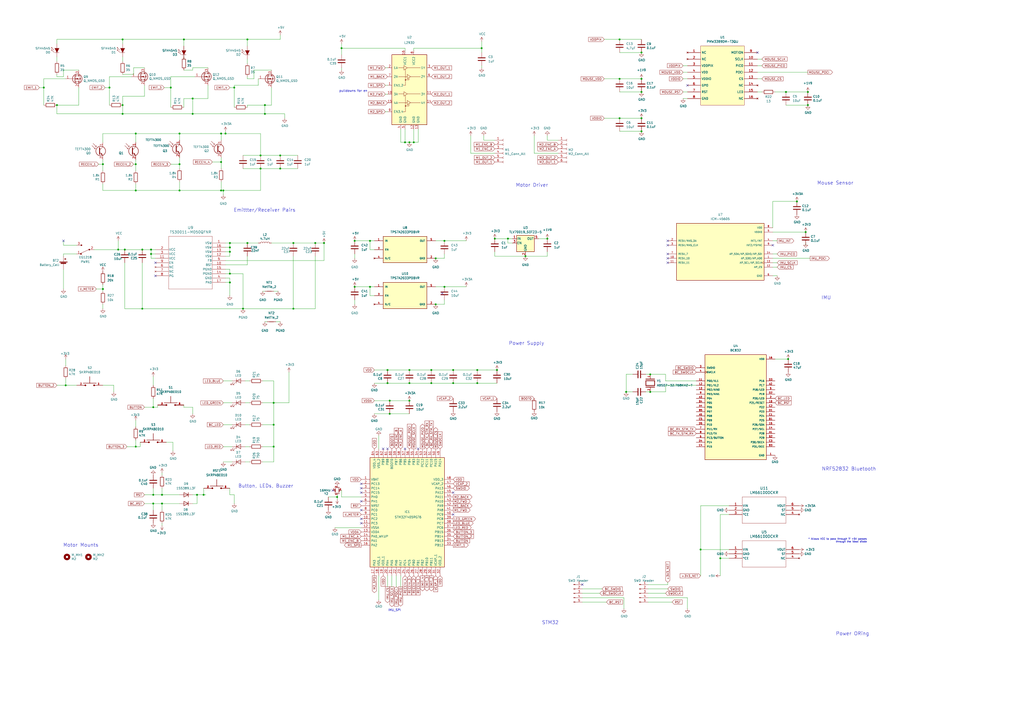
<source format=kicad_sch>
(kicad_sch (version 20250114) (generator "eeschema") (generator_version "9.0")
  (paper "A2")
  (text "Mouse Sensor" (at 473.964 107.442 0) (effects (font (size 2.0066 2.0066)) (justify left bottom)))
  (text "IMU_SPI" (at 228.854 354.076 0) (effects (font (size 1.27 1.27))))
  (text "Power ORing\n\n" (at 504.19 372.11 0) (effects (font (size 2.0066 2.0066)) (justify right bottom)))
  (text "STM32" (at 324.104 362.458 0) (effects (font (size 2.0066 2.0066)) (justify right bottom)))
  (text "pulldowns for en" (at 204.978 52.832 0) (effects (font (size 1.27 1.27))))
  (text "Motor Driver" (at 299.212 108.712 0) (effects (font (size 2.0066 2.0066)) (justify left bottom)))
  (text "* Allows VCC to pass through if +5V passes\nthrough the ideal diode" (at 502.92 314.96 0) (effects (font (size 0.9906 0.9906)) (justify right bottom)))
  (text "Emittter/Receiver Pairs" (at 171.45 123.19 0) (effects (font (size 2.0066 2.0066)) (justify right bottom)))
  (text "NRF52832 Bluetooth" (at 476.758 273.304 0) (effects (font (size 2.0066 2.0066)) (justify left bottom)))
  (text "IMU" (at 476.504 173.99 0) (effects (font (size 2.0066 2.0066)) (justify left bottom)))
  (text "Motor Mounts" (at 57.15 317.5 0) (effects (font (size 2.0066 2.0066)) (justify right bottom)))
  (text "Button, LEDs, Buzzer" (at 170.18 283.21 0) (effects (font (size 2.0066 2.0066)) (justify right bottom)))
  (text "Power Supply" (at 315.722 200.406 0) (effects (font (size 2.0066 2.0066)) (justify right bottom)))
  (junction (at 71.12 66.04))
  (junction (at 237.49 222.25))
  (junction (at 162.56 97.79))
  (junction (at 143.51 140.97))
  (junction (at 288.29 214.63))
  (junction (at 252.73 149.86))
  (junction (at 128.27 93.98))
  (junction (at 78.74 95.25))
  (junction (at 128.27 110.49))
  (junction (at 130.81 77.47))
  (junction (at 214.63 139.7))
  (junction (at 140.97 179.07))
  (junction (at 104.14 95.25))
  (junction (at 455.93 53.34))
  (junction (at 158.75 259.08))
  (junction (at 226.06 240.03))
  (junction (at 104.14 77.47))
  (junction (at 359.41 68.58))
  (junction (at 118.11 287.02))
  (junction (at 158.75 246.38))
  (junction (at 468.63 53.34))
  (junction (at 417.83 323.85))
  (junction (at 63.5 50.8))
  (junction (at 457.2 208.28))
  (junction (at 59.69 95.25))
  (junction (at 237.49 232.41))
  (junction (at 106.68 22.86))
  (junction (at 143.51 22.86))
  (junction (at 257.81 166.37))
  (junction (at 240.03 82.55))
  (junction (at 25.4 50.8))
  (junction (at 93.98 287.02))
  (junction (at 78.74 110.49))
  (junction (at 294.64 138.43))
  (junction (at 153.67 60.96))
  (junction (at 129.54 110.49))
  (junction (at 214.63 166.37))
  (junction (at 38.1 223.52))
  (junction (at 359.41 45.72))
  (junction (at 93.98 292.1))
  (junction (at 467.36 134.62))
  (junction (at 237.49 82.55))
  (junction (at 262.89 214.63))
  (junction (at 205.74 166.37))
  (junction (at 88.9 292.1))
  (junction (at 377.19 227.33))
  (junction (at 462.28 116.84))
  (junction (at 372.11 76.2))
  (junction (at 276.86 222.25))
  (junction (at 468.63 60.96))
  (junction (at 68.58 144.78))
  (junction (at 182.88 140.97))
  (junction (at 317.5 138.43))
  (junction (at 359.41 22.86))
  (junction (at 71.12 60.96))
  (junction (at 71.12 22.86))
  (junction (at 372.11 30.48))
  (junction (at 151.13 90.17))
  (junction (at 78.74 259.08))
  (junction (at 133.35 158.75))
  (junction (at 198.12 27.94))
  (junction (at 234.95 82.55))
  (junction (at 363.22 227.33))
  (junction (at 87.63 147.32))
  (junction (at 111.76 66.04))
  (junction (at 88.9 287.02))
  (junction (at 195.58 288.29))
  (junction (at 158.75 233.68))
  (junction (at 372.11 68.58))
  (junction (at 133.35 163.83))
  (junction (at 135.89 50.8))
  (junction (at 304.8 148.59))
  (junction (at 151.13 97.79))
  (junction (at 224.79 222.25))
  (junction (at 88.9 236.22))
  (junction (at 133.35 140.97))
  (junction (at 262.89 222.25))
  (junction (at 187.96 140.97))
  (junction (at 78.74 77.47))
  (junction (at 226.06 232.41))
  (junction (at 279.4 27.94))
  (junction (at 133.35 146.05))
  (junction (at 257.81 139.7))
  (junction (at 111.76 57.15))
  (junction (at 72.39 144.78))
  (junction (at 128.27 77.47))
  (junction (at 372.11 53.34))
  (junction (at 377.19 217.17))
  (junction (at 237.49 214.63))
  (junction (at 287.02 138.43))
  (junction (at 406.4 318.77))
  (junction (at 82.55 144.78))
  (junction (at 250.19 222.25))
  (junction (at 104.14 110.49))
  (junction (at 59.69 167.64))
  (junction (at 252.73 176.53))
  (junction (at 276.86 214.63))
  (junction (at 87.63 144.78))
  (junction (at 224.79 214.63))
  (junction (at 153.67 66.04))
  (junction (at 33.02 60.96))
  (junction (at 162.56 90.17))
  (junction (at 82.55 179.07))
  (junction (at 250.19 214.63))
  (junction (at 205.74 139.7))
  (junction (at 170.18 179.07))
  (junction (at 133.35 143.51))
  (junction (at 170.18 140.97))
  (junction (at 99.06 50.8))
  (junction (at 372.11 45.72))
  (junction (at 114.3 287.02))
  (no_connect (at 36.83 139.7))
  (no_connect (at 209.55 285.75))
  (no_connect (at 439.42 30.48))
  (no_connect (at 90.17 152.4))
  (no_connect (at 387.35 149.86))
  (no_connect (at 242.57 260.35))
  (no_connect (at 209.55 303.53))
  (no_connect (at 387.35 142.24))
  (no_connect (at 224.79 260.35))
  (no_connect (at 448.31 142.24))
  (no_connect (at 387.35 147.32))
  (no_connect (at 337.82 339.09))
  (no_connect (at 262.89 298.45))
  (no_connect (at 209.55 300.99))
  (no_connect (at 209.55 295.91))
  (no_connect (at 90.17 160.02))
  (no_connect (at 398.78 49.53))
  (no_connect (at 234.95 260.35))
  (no_connect (at 209.55 283.21))
  (no_connect (at 222.25 260.35))
  (no_connect (at 262.89 285.75))
  (no_connect (at 387.35 152.4))
  (no_connect (at 193.04 284.48))
  (no_connect (at 209.55 280.67))
  (no_connect (at 209.55 290.83))
  (no_connect (at 256.54 170.18))
  (no_connect (at 387.35 139.7))
  (wire (pts (xy 276.86 214.63) (xy 288.29 214.63)))
  (wire (pts (xy 317.5 148.59) (xy 304.8 148.59)))
  (wire (pts (xy 133.35 156.21) (xy 133.35 158.75)))
  (wire (pts (xy 158.75 259.08) (xy 158.75 267.97)))
  (wire (pts (xy 104.14 77.47) (xy 128.27 77.47)))
  (wire (pts (xy 337.82 341.63) (xy 349.25 341.63)))
  (wire (pts (xy 162.56 97.79) (xy 172.72 97.79)))
  (wire (pts (xy 111.76 236.22) (xy 111.76 240.03)))
  (wire (pts (xy 257.81 176.53) (xy 252.73 176.53)))
  (wire (pts (xy 36.83 142.24) (xy 36.83 139.7)))
  (wire (pts (xy 72.39 179.07) (xy 82.55 179.07)))
  (wire (pts (xy 45.72 60.96) (xy 33.02 60.96)))
  (wire (pts (xy 232.41 334.01) (xy 232.41 340.36)))
  (wire (pts (xy 158.75 259.08) (xy 152.4 259.08)))
  (wire (pts (xy 144.78 233.68) (xy 142.24 233.68)))
  (wire (pts (xy 224.79 49.53) (xy 223.52 49.53)))
  (wire (pts (xy 165.1 66.04) (xy 165.1 68.58)))
  (wire (pts (xy 214.63 171.45) (xy 214.63 166.37)))
  (wire (pts (xy 350.52 22.86) (xy 359.41 22.86)))
  (wire (pts (xy 448.31 149.86) (xy 469.9 149.86)))
  (wire (pts (xy 359.41 30.48) (xy 372.11 30.48)))
  (wire (pts (xy 44.45 147.32) (xy 36.83 147.32)))
  (wire (pts (xy 140.97 97.79) (xy 151.13 97.79)))
  (wire (pts (xy 83.82 287.02) (xy 88.9 287.02)))
  (wire (pts (xy 83.82 39.37) (xy 77.47 39.37)))
  (wire (pts (xy 83.82 49.53) (xy 83.82 55.88)))
  (wire (pts (xy 396.24 57.15) (xy 398.78 57.15)))
  (wire (pts (xy 130.81 77.47) (xy 130.81 76.2)))
  (wire (pts (xy 104.14 95.25) (xy 104.14 97.79)))
  (wire (pts (xy 33.02 43.18) (xy 33.02 44.45)))
  (wire (pts (xy 87.63 147.32) (xy 87.63 144.78)))
  (wire (pts (xy 234.95 82.55) (xy 237.49 82.55)))
  (wire (pts (xy 33.02 223.52) (xy 38.1 223.52)))
  (wire (pts (xy 337.82 346.71) (xy 361.95 346.71)))
  (wire (pts (xy 226.06 232.41) (xy 237.49 232.41)))
  (wire (pts (xy 59.69 77.47) (xy 59.69 82.55)))
  (wire (pts (xy 406.4 293.37) (xy 406.4 318.77)))
  (wire (pts (xy 59.69 77.47) (xy 78.74 77.47)))
  (wire (pts (xy 128.27 77.47) (xy 130.81 77.47)))
  (wire (pts (xy 144.78 220.98) (xy 142.24 220.98)))
  (wire (pts (xy 128.27 105.41) (xy 128.27 110.49)))
  (wire (pts (xy 106.68 22.86) (xy 106.68 26.67)))
  (wire (pts (xy 367.03 217.17) (xy 363.22 217.17)))
  (wire (pts (xy 162.56 186.69) (xy 160.02 186.69)))
  (wire (pts (xy 88.9 231.14) (xy 88.9 236.22)))
  (wire (pts (xy 143.51 26.67) (xy 143.51 22.86)))
  (wire (pts (xy 82.55 152.4) (xy 82.55 179.07)))
  (wire (pts (xy 99.06 44.45) (xy 99.06 50.8)))
  (wire (pts (xy 114.3 287.02) (xy 118.11 287.02)))
  (wire (pts (xy 257.81 139.7) (xy 270.51 139.7)))
  (wire (pts (xy 36.83 44.45) (xy 33.02 44.45)))
  (wire (pts (xy 130.81 158.75) (xy 133.35 158.75)))
  (wire (pts (xy 99.06 50.8) (xy 99.06 62.23)))
  (wire (pts (xy 78.74 243.84) (xy 78.74 247.65)))
  (wire (pts (xy 93.98 283.21) (xy 93.98 287.02)))
  (wire (pts (xy 147.32 45.72) (xy 143.51 45.72)))
  (wire (pts (xy 375.92 346.71) (xy 398.78 346.71)))
  (wire (pts (xy 111.76 292.1) (xy 114.3 292.1)))
  (wire (pts (xy 130.81 161.29) (xy 133.35 161.29)))
  (wire (pts (xy 88.9 236.22) (xy 91.44 236.22)))
  (wire (pts (xy 224.79 222.25) (xy 237.49 222.25)))
  (wire (pts (xy 95.25 50.8) (xy 99.06 50.8)))
  (wire (pts (xy 250.19 222.25) (xy 262.89 222.25)))
  (wire (pts (xy 276.86 222.25) (xy 288.29 222.25)))
  (wire (pts (xy 111.76 39.37) (xy 120.65 39.37)))
  (wire (pts (xy 111.76 40.64) (xy 111.76 39.37)))
  (wire (pts (xy 217.17 171.45) (xy 214.63 171.45)))
  (wire (pts (xy 224.79 64.77) (xy 223.52 64.77)))
  (wire (pts (xy 83.82 55.88) (xy 71.12 55.88)))
  (wire (pts (xy 66.04 223.52) (xy 66.04 227.33)))
  (wire (pts (xy 205.74 139.7) (xy 214.63 139.7)))
  (wire (pts (xy 167.64 233.68) (xy 167.64 215.9)))
  (wire (pts (xy 205.74 166.37) (xy 214.63 166.37)))
  (wire (pts (xy 309.88 78.74) (xy 309.88 88.9)))
  (wire (pts (xy 143.51 148.59) (xy 143.51 153.67)))
  (wire (pts (xy 44.45 142.24) (xy 36.83 142.24)))
  (wire (pts (xy 214.63 139.7) (xy 217.17 139.7)))
  (wire (pts (xy 441.96 34.29) (xy 439.42 34.29)))
  (wire (pts (xy 104.14 91.44) (xy 104.14 95.25)))
  (wire (pts (xy 363.22 227.33) (xy 367.03 227.33)))
  (wire (pts (xy 143.51 44.45) (xy 143.51 45.72)))
  (wire (pts (xy 359.41 76.2) (xy 372.11 76.2)))
  (wire (pts (xy 441.96 45.72) (xy 439.42 45.72)))
  (wire (pts (xy 152.4 246.38) (xy 158.75 246.38)))
  (wire (pts (xy 157.48 60.96) (xy 153.67 60.96)))
  (wire (pts (xy 104.14 77.47) (xy 104.14 81.28)))
  (wire (pts (xy 88.9 292.1) (xy 93.98 292.1)))
  (wire (pts (xy 133.35 163.83) (xy 133.35 171.45)))
  (wire (pts (xy 158.75 233.68) (xy 158.75 246.38)))
  (wire (pts (xy 133.35 158.75) (xy 140.97 158.75)))
  (wire (pts (xy 91.44 234.95) (xy 91.44 236.22)))
  (wire (pts (xy 104.14 105.41) (xy 104.14 110.49)))
  (wire (pts (xy 129.54 220.98) (xy 134.62 220.98)))
  (wire (pts (xy 240.03 27.94) (xy 279.4 27.94)))
  (wire (pts (xy 38.1 208.28) (xy 38.1 212.09)))
  (wire (pts (xy 129.54 267.97) (xy 134.62 267.97)))
  (wire (pts (xy 99.06 44.45) (xy 113.03 44.45)))
  (wire (pts (xy 262.89 214.63) (xy 276.86 214.63)))
  (wire (pts (xy 128.27 91.44) (xy 128.27 93.98)))
  (wire (pts (xy 90.17 147.32) (xy 87.63 147.32)))
  (wire (pts (xy 375.92 341.63) (xy 387.35 341.63)))
  (wire (pts (xy 170.18 179.07) (xy 140.97 179.07)))
  (wire (pts (xy 133.35 148.59) (xy 133.35 146.05)))
  (wire (pts (xy 387.35 337.82) (xy 387.35 339.09)))
  (wire (pts (xy 242.57 82.55) (xy 240.03 82.55)))
  (wire (pts (xy 135.89 50.8) (xy 135.89 62.23)))
  (wire (pts (xy 147.32 40.64) (xy 147.32 45.72)))
  (wire (pts (xy 198.12 40.64) (xy 198.12 39.37)))
  (wire (pts (xy 450.85 152.4) (xy 448.31 152.4)))
  (wire (pts (xy 240.03 27.94) (xy 240.03 29.21)))
  (wire (pts (xy 149.86 45.72) (xy 149.86 49.53)))
  (wire (pts (xy 237.49 222.25) (xy 250.19 222.25)))
  (wire (pts (xy 232.41 74.93) (xy 232.41 82.55)))
  (wire (pts (xy 224.79 54.61) (xy 223.52 54.61)))
  (wire (pts (xy 87.63 144.78) (xy 90.17 144.78)))
  (wire (pts (xy 396.24 41.91) (xy 398.78 41.91)))
  (wire (pts (xy 359.41 53.34) (xy 372.11 53.34)))
  (wire (pts (xy 144.78 267.97) (xy 142.24 267.97)))
  (wire (pts (xy 359.41 22.86) (xy 372.11 22.86)))
  (wire (pts (xy 71.12 60.96) (xy 71.12 66.04)))
  (wire (pts (xy 33.02 60.96) (xy 33.02 66.04)))
  (wire (pts (xy 287.02 148.59) (xy 304.8 148.59)))
  (wire (pts (xy 448.31 116.84) (xy 462.28 116.84)))
  (wire (pts (xy 33.02 33.02) (xy 33.02 35.56)))
  (wire (pts (xy 157.48 140.97) (xy 170.18 140.97)))
  (wire (pts (xy 403.86 220.98) (xy 386.08 220.98)))
  (wire (pts (xy 250.19 214.63) (xy 262.89 214.63)))
  (wire (pts (xy 214.63 144.78) (xy 214.63 139.7)))
  (wire (pts (xy 78.74 92.71) (xy 78.74 95.25)))
  (wire (pts (xy 90.17 149.86) (xy 87.63 149.86)))
  (wire (pts (xy 280.67 81.28) (xy 280.67 78.74)))
  (wire (pts (xy 252.73 166.37) (xy 257.81 166.37)))
  (wire (pts (xy 25.4 50.8) (xy 25.4 60.96)))
  (wire (pts (xy 350.52 68.58) (xy 359.41 68.58)))
  (wire (pts (xy 128.27 110.49) (xy 129.54 110.49)))
  (wire (pts (xy 417.83 298.45) (xy 417.83 323.85)))
  (wire (pts (xy 143.51 22.86) (xy 162.56 22.86)))
  (wire (pts (xy 106.68 40.64) (xy 111.76 40.64)))
  (wire (pts (xy 242.57 74.93) (xy 242.57 82.55)))
  (wire (pts (xy 82.55 144.78) (xy 87.63 144.78)))
  (wire (pts (xy 33.02 66.04) (xy 71.12 66.04)))
  (wire (pts (xy 449.58 208.28) (xy 457.2 208.28)))
  (wire (pts (xy 450.85 154.94) (xy 448.31 154.94)))
  (wire (pts (xy 78.74 77.47) (xy 104.14 77.47)))
  (wire (pts (xy 82.55 179.07) (xy 140.97 179.07)))
  (wire (pts (xy 152.4 220.98) (xy 158.75 220.98)))
  (wire (pts (xy 87.63 147.32) (xy 87.63 149.86)))
  (wire (pts (xy 88.9 223.52) (xy 88.9 218.44)))
  (wire (pts (xy 455.93 60.96) (xy 468.63 60.96)))
  (wire (pts (xy 99.06 95.25) (xy 104.14 95.25)))
  (wire (pts (xy 120.65 57.15) (xy 111.76 57.15)))
  (wire (pts (xy 182.88 179.07) (xy 170.18 179.07)))
  (wire (pts (xy 60.96 50.8) (xy 63.5 50.8)))
  (wire (pts (xy 153.67 186.69) (xy 154.94 186.69)))
  (wire (pts (xy 273.05 88.9) (xy 287.02 88.9)))
  (wire (pts (xy 111.76 57.15) (xy 111.76 66.04)))
  (wire (pts (xy 76.2 44.45) (xy 63.5 44.45)))
  (wire (pts (xy 317.5 146.05) (xy 317.5 148.59)))
  (wire (pts (xy 59.69 95.25) (xy 59.69 99.06)))
  (wire (pts (xy 152.4 233.68) (xy 158.75 233.68)))
  (wire (pts (xy 217.17 232.41) (xy 226.06 232.41)))
  (wire (pts (xy 93.98 287.02) (xy 104.14 287.02)))
  (wire (pts (xy 287.02 138.43) (xy 294.64 138.43)))
  (wire (pts (xy 144.78 259.08) (xy 142.24 259.08)))
  (wire (pts (xy 422.91 293.37) (xy 406.4 293.37)))
  (wire (pts (xy 374.65 217.17) (xy 377.19 217.17)))
  (wire (pts (xy 273.05 78.74) (xy 273.05 88.9)))
  (wire (pts (xy 36.83 40.64) (xy 36.83 44.45)))
  (wire (pts (xy 151.13 97.79) (xy 151.13 110.49)))
  (wire (pts (xy 22.86 50.8) (xy 25.4 50.8)))
  (wire (pts (xy 133.35 140.97) (xy 143.51 140.97)))
  (wire (pts (xy 88.9 287.02) (xy 93.98 287.02)))
  (wire (pts (xy 106.68 236.22) (xy 111.76 236.22)))
  (wire (pts (xy 396.24 53.34) (xy 398.78 53.34)))
  (wire (pts (xy 71.12 66.04) (xy 111.76 66.04)))
  (wire (pts (xy 59.69 106.68) (xy 59.69 110.49)))
  (wire (pts (xy 153.67 66.04) (xy 165.1 66.04)))
  (wire (pts (xy 240.03 82.55) (xy 237.49 82.55)))
  (wire (pts (xy 375.92 339.09) (xy 387.35 339.09)))
  (wire (pts (xy 257.81 149.86) (xy 252.73 149.86)))
  (wire (pts (xy 279.4 30.48) (xy 279.4 27.94)))
  (wire (pts (xy 71.12 55.88) (xy 71.12 60.96)))
  (wire (pts (xy 135.89 287.02) (xy 135.89 292.1)))
  (wire (pts (xy 129.54 259.08) (xy 134.62 259.08)))
  (wire (pts (xy 130.81 156.21) (xy 133.35 156.21)))
  (wire (pts (xy 93.98 275.59) (xy 93.98 274.32)))
  (wire (pts (xy 78.74 77.47) (xy 78.74 82.55)))
  (wire (pts (xy 209.55 288.29) (xy 198.12 288.29)))
  (wire (pts (xy 59.69 165.1) (xy 59.69 167.64)))
  (wire (pts (xy 152.4 267.97) (xy 158.75 267.97)))
  (wire (pts (xy 114.3 292.1) (xy 114.3 287.02)))
  (wire (pts (xy 170.18 140.97) (xy 182.88 140.97)))
  (wire (pts (xy 106.68 34.29) (xy 106.68 33.02)))
  (wire (pts (xy 143.51 153.67) (xy 130.81 153.67)))
  (wire (pts (xy 449.58 53.34) (xy 455.93 53.34)))
  (wire (pts (xy 59.69 223.52) (xy 66.04 223.52)))
  (wire (pts (xy 157.48 40.64) (xy 147.32 40.64)))
  (wire (pts (xy 33.02 22.86) (xy 33.02 25.4)))
  (wire (pts (xy 133.35 161.29) (xy 133.35 163.83)))
  (wire (pts (xy 240.03 74.93) (xy 240.03 82.55)))
  (wire (pts (xy 194.31 306.07) (xy 209.55 306.07)))
  (wire (pts (xy 237.49 214.63) (xy 250.19 214.63)))
  (wire (pts (xy 226.06 240.03) (xy 237.49 240.03)))
  (wire (pts (xy 36.83 147.32) (xy 36.83 148.59)))
  (wire (pts (xy 279.4 27.94) (xy 279.4 24.13)))
  (wire (pts (xy 111.76 287.02) (xy 114.3 287.02)))
  (wire (pts (xy 133.35 143.51) (xy 133.35 140.97)))
  (wire (pts (xy 130.81 148.59) (xy 133.35 148.59)))
  (wire (pts (xy 223.52 39.37) (xy 224.79 39.37)))
  (wire (pts (xy 229.87 334.01) (xy 229.87 340.36)))
  (wire (pts (xy 59.69 167.64) (xy 55.88 167.64)))
  (wire (pts (xy 130.81 140.97) (xy 133.35 140.97)))
  (wire (pts (xy 72.39 144.78) (xy 82.55 144.78)))
  (wire (pts (xy 88.9 295.91) (xy 88.9 292.1)))
  (wire (pts (xy 93.98 303.53) (xy 93.98 304.8)))
  (wire (pts (xy 130.81 77.47) (xy 151.13 77.47)))
  (wire (pts (xy 158.75 246.38) (xy 158.75 259.08)))
  (wire (pts (xy 83.82 292.1) (xy 88.9 292.1)))
  (wire (pts (xy 257.81 147.32) (xy 257.81 149.86)))
  (wire (pts (xy 317.5 81.28) (xy 317.5 78.74)))
  (wire (pts (xy 396.24 45.72) (xy 398.78 45.72)))
  (wire (pts (xy 214.63 166.37) (xy 217.17 166.37)))
  (wire (pts (xy 386.08 220.98) (xy 386.08 217.17)))
  (wire (pts (xy 25.4 45.72) (xy 38.1 45.72)))
  (wire (pts (xy 71.12 33.02) (xy 71.12 35.56)))
  (wire (pts (xy 217.17 222.25) (xy 224.79 222.25)))
  (wire (pts (xy 88.9 236.22) (xy 83.82 236.22)))
  (wire (pts (xy 217.17 144.78) (xy 214.63 144.78)))
  (wire (pts (xy 45.72 40.64) (xy 36.83 40.64)))
  (wire (pts (xy 396.24 38.1) (xy 398.78 38.1)))
  (wire (pts (xy 120.65 49.53) (xy 120.65 57.15)))
  (wire (pts (xy 317.5 81.28) (xy 323.85 81.28)))
  (wire (pts (xy 337.82 349.25) (xy 351.79 349.25)))
  (wire (pts (xy 77.47 39.37) (xy 77.47 43.18)))
  (wire (pts (xy 78.74 95.25) (xy 78.74 99.06)))
  (wire (pts (xy 441.96 38.1) (xy 439.42 38.1)))
  (wire (pts (xy 309.88 88.9) (xy 323.85 88.9)))
  (wire (pts (xy 450.85 139.7) (xy 448.31 139.7)))
  (wire (pts (xy 162.56 22.86) (xy 162.56 20.32)))
  (wire (pts (xy 450.85 147.32) (xy 448.31 147.32)))
  (wire (pts (xy 152.4 168.91) (xy 153.67 168.91)))
  (wire (pts (xy 198.12 288.29) (xy 198.12 284.48)))
  (wire (pts (xy 151.13 97.79) (xy 162.56 97.79)))
  (wire (pts (xy 219.71 252.73) (xy 219.71 260.35)))
  (wire (pts (xy 317.5 138.43) (xy 312.42 138.43)))
  (wire (pts (xy 45.72 50.8) (xy 45.72 60.96)))
  (wire (pts (xy 128.27 93.98) (xy 128.27 97.79)))
  (wire (pts (xy 130.81 146.05) (xy 133.35 146.05)))
  (wire (pts (xy 130.81 163.83) (xy 133.35 163.83)))
  (wire (pts (xy 227.33 334.01) (xy 227.33 340.36)))
  (wire (pts (xy 81.28 256.54) (xy 81.28 259.08)))
  (wire (pts (xy 439.42 41.91) (xy 468.63 41.91)))
  (wire (pts (xy 78.74 259.08) (xy 81.28 259.08)))
  (wire (pts (xy 386.08 223.52) (xy 386.08 227.33)))
  (wire (pts (xy 224.79 214.63) (xy 237.49 214.63)))
  (wire (pts (xy 417.83 323.85) (xy 422.91 323.85)))
  (wire (pts (xy 157.48 50.8) (xy 157.48 60.96)))
  (wire (pts (xy 217.17 214.63) (xy 224.79 214.63)))
  (wire (pts (xy 111.76 57.15) (xy 106.68 57.15)))
  (wire (pts (xy 170.18 148.59) (xy 170.18 179.07)))
  (wire (pts (xy 151.13 110.49) (xy 129.54 110.49)))
  (wire (pts (xy 187.96 151.13) (xy 187.96 140.97)))
  (wire (pts (xy 350.52 45.72) (xy 359.41 45.72)))
  (wire (pts (xy 448.31 134.62) (xy 467.36 134.62)))
  (wire (pts (xy 143.51 34.29) (xy 143.51 36.83)))
  (wire (pts (xy 232.41 82.55) (xy 234.95 82.55)))
  (wire (pts (xy 106.68 234.95) (xy 106.68 236.22)))
  (wire (pts (xy 217.17 240.03) (xy 226.06 240.03)))
  (wire (pts (xy 257.81 166.37) (xy 270.51 166.37)))
  (wire (pts (xy 153.67 60.96) (xy 153.67 66.04)))
  (wire (pts (xy 219.71 347.98) (xy 219.71 334.01)))
  (wire (pts (xy 224.79 334.01) (xy 224.79 340.36)))
  (wire (pts (xy 377.19 217.17) (xy 386.08 217.17)))
  (wire (pts (xy 88.9 283.21) (xy 88.9 287.02)))
  (wire (pts (xy 144.78 246.38) (xy 142.24 246.38)))
  (wire (pts (xy 294.64 140.97) (xy 294.64 138.43)))
  (wire (pts (xy 78.74 106.68) (xy 78.74 110.49)))
  (wire (pts (xy 377.19 227.33) (xy 386.08 227.33)))
  (wire (pts (xy 262.89 222.25) (xy 276.86 222.25)))
  (wire (pts (xy 205.74 147.32) (xy 205.74 149.86)))
  (wire (pts (xy 257.81 173.99) (xy 257.81 176.53)))
  (wire (pts (xy 406.4 318.77) (xy 406.4 334.01)))
  (wire (pts (xy 359.41 45.72) (xy 372.11 45.72)))
  (wire (pts (xy 59.69 110.49) (xy 78.74 110.49)))
  (wire (pts (xy 374.65 227.33) (xy 377.19 227.33)))
  (wire (pts (xy 25.4 45.72) (xy 25.4 50.8)))
  (wire (pts (xy 406.4 318.77) (xy 422.91 318.77)))
  (wire (pts (xy 104.14 110.49) (xy 128.27 110.49)))
  (wire (pts (xy 36.83 156.21) (xy 36.83 167.64)))
  (wire (pts (xy 111.76 66.04) (xy 153.67 66.04)))
  (wire (pts (xy 100.33 256.54) (xy 100.33 261.62)))
  (wire (pts (xy 417.83 298.45) (xy 422.91 298.45)))
  (wire (pts (xy 198.12 27.94) (xy 198.12 25.4)))
  (wire (pts (xy 190.5 288.29) (xy 195.58 288.29)))
  (wire (pts (xy 118.11 283.21) (xy 118.11 287.02)))
  (wire (pts (xy 198.12 27.94) (xy 234.95 27.94)))
  (wire (pts (xy 467.36 142.24) (xy 467.36 140.97)))
  (wire (pts (xy 93.98 295.91) (xy 93.98 292.1)))
  (wire (pts (xy 297.18 140.97) (xy 294.64 140.97)))
  (wire (pts (xy 63.5 50.8) (xy 63.5 60.96)))
  (wire (pts (xy 71.12 22.86) (xy 106.68 22.86)))
  (wire (pts (xy 106.68 57.15) (xy 106.68 62.23)))
  (wire (pts (xy 118.11 287.02) (xy 119.38 287.02)))
  (wire (pts (xy 234.95 29.21) (xy 234.95 27.94)))
  (wire (pts (xy 96.52 256.54) (xy 100.33 256.54)))
  (wire (pts (xy 130.81 143.51) (xy 133.35 143.51)))
  (wire (pts (xy 363.22 217.17) (xy 363.22 227.33)))
  (wire (pts (xy 182.88 148.59) (xy 182.88 179.07)))
  (wire (pts (xy 78.74 259.08) (xy 73.66 259.08)))
  (wire (pts (xy 158.75 233.68) (xy 167.64 233.68)))
  (wire (pts (xy 450.85 160.02) (xy 448.31 160.02)))
  (wire (pts (xy 455.93 53.34) (xy 468.63 53.34)))
  (wire (pts (xy 279.4 39.37) (xy 279.4 38.1)))
  (wire (pts (xy 59.69 176.53) (xy 59.69 179.07)))
  (wire (pts (xy 294.64 138.43) (xy 297.18 138.43)))
  (wire (pts (xy 205.74 176.53) (xy 205.74 173.99)))
  (wire (pts (xy 133.35 146.05) (xy 133.35 143.51)))
  (wire (pts (xy 375.92 344.17) (xy 386.08 344.17)))
  (wire (pts (xy 72.39 152.4) (xy 72.39 179.07)))
  (wire (pts (xy 143.51 60.96) (xy 143.51 62.23)))
  (wire (pts (xy 129.54 233.68) (xy 134.62 233.68)))
  (wire (pts (xy 93.98 292.1) (xy 104.14 292.1)))
  (wire (pts (xy 133.35 50.8) (xy 135.89 50.8)))
  (wire (pts (xy 361.95 346.71) (xy 361.95 353.06)))
  (wire (pts (xy 63.5 44.45) (xy 63.5 50.8)))
  (wire (pts (xy 287.02 148.59) (xy 287.02 146.05)))
  (wire (pts (xy 195.58 289.56) (xy 195.58 288.29)))
  (wire (pts (xy 129.54 246.38) (xy 134.62 246.38)))
  (wire (pts (xy 252.73 139.7) (xy 257.81 139.7)))
  (wire (pts (xy 151.13 77.47) (xy 151.13 90.17)))
  (wire (pts (xy 71.12 22.86) (xy 33.02 22.86)))
  (wire (pts (xy 78.74 110.49) (xy 104.14 110.49)))
  (wire (pts (xy 71.12 22.86) (xy 71.12 25.4)))
  (wire (pts (xy 359.41 68.58) (xy 372.11 68.58)))
  (wire (pts (xy 151.13 90.17) (xy 162.56 90.17)))
  (wire (pts (xy 403.86 223.52) (xy 386.08 223.52)))
  (wire (pts (xy 68.58 144.78) (xy 72.39 144.78)))
  (wire (pts (xy 78.74 255.27) (xy 78.74 259.08)))
  (wire (pts (xy 77.47 95.25) (xy 78.74 95.25)))
  (wire (pts (xy 135.89 49.53) (xy 135.89 50.8)))
  (wire (pts (xy 375.92 349.25) (xy 389.89 349.25)))
  (wire (pts (xy 106.68 22.86) (xy 143.51 22.86)))
  (wire (pts (xy 59.69 167.64) (xy 59.69 168.91)))
  (wire (pts (xy 448.31 132.08) (xy 448.31 116.84)))
  (wire (pts (xy 158.75 220.98) (xy 158.75 233.68)))
  (wire (pts (xy 198.12 31.75) (xy 198.12 27.94)))
  (wire (pts (xy 68.58 139.7) (xy 68.58 144.78)))
  (wire (pts (xy 54.61 144.78) (xy 68.58 144.78)))
  (wire (pts (xy 337.82 344.17) (xy 347.98 344.17)))
  (wire (pts (xy 133.35 283.21) (xy 133.35 287.02)))
  (wire (pts (xy 143.51 140.97) (xy 149.86 140.97)))
  (wire (pts (xy 38.1 223.52) (xy 44.45 223.52)))
  (wire (pts (xy 133.35 287.02) (xy 135.89 287.02)))
  (wire (pts (xy 123.19 93.98) (xy 128.27 93.98)))
  (wire (pts (xy 439.42 53.34) (xy 441.96 53.34)))
  (wire (pts (xy 234.95 74.93) (xy 234.95 82.55)))
  (wire (pts (xy 140.97 90.17) (xy 151.13 90.17)))
  (wire (pts (xy 153.67 60.96) (xy 143.51 60.96)))
  (wire (pts (xy 140.97 158.75) (xy 140.97 179.07)))
  (wire (pts (xy 417.83 323.85) (xy 417.83 334.01)))
  (wire (pts (xy 38.1 219.71) (xy 38.1 223.52)))
  (wire (pts (xy 128.27 77.47) (xy 128.27 81.28)))
  (wire (pts (xy 129.54 110.49) (xy 129.54 113.03)))
  (wire (pts (xy 59.69 92.71) (xy 59.69 95.25)))
  (wire (pts (xy 130.81 151.13) (xy 187.96 151.13)))
  (wire (pts (xy 77.47 43.18) (xy 71.12 43.18)))
  (wire (pts (xy 182.88 140.97) (xy 187.96 140.97)))
  (wire (pts (xy 161.29 168.91) (xy 158.75 168.91)))
  (wire (pts (xy 195.58 288.29) (xy 195.58 287.02)))
  (wire (pts (xy 162.56 90.17) (xy 172.72 90.17)))
  (wire (pts (xy 398.78 346.71) (xy 398.78 353.06)))
  (wire (pts (xy 57.15 95.25) (xy 59.69 95.25)))
  (wire (pts (xy 149.86 49.53) (xy 135.89 49.53)))
  (wire (pts (xy 280.67 81.28) (xy 287.02 81.28)))
  (global_label "BC_RX_STM_TX" (shape input) (at 250.19 260.35 90) (property "Intersheetrefs" "${INTERSHEET_REFS}" (effects (hide yes))))
  (global_label "RECEIV_2" (shape input) (at 77.47 95.25 180) (property "Intersheetrefs" "${INTERSHEET_REFS}" (effects (hide yes))))
  (global_label "VDDA" (shape input) (at 209.55 308.61 180) (property "Intersheetrefs" "${INTERSHEET_REFS}" (effects (hide yes))))
  (global_label "M1_BACK" (shape output) (at 262.89 293.37 0) (property "Intersheetrefs" "${INTERSHEET_REFS}" (effects (hide yes))))
  (global_label "+3V3_NET" (shape input) (at 406.4 334.01 180) (property "Intersheetrefs" "${INTERSHEET_REFS}" (effects (hide yes))))
  (global_label "BUTTON" (shape input) (at 262.89 313.69 0) (property "Intersheetrefs" "${INTERSHEET_REFS}" (effects (hide yes))))
  (global_label "M2_ENC_A" (shape input) (at 323.85 86.36 180) (property "Intersheetrefs" "${INTERSHEET_REFS}" (effects (hide yes))))
  (global_label "M1_SPD" (shape output) (at 209.55 316.23 180) (property "Intersheetrefs" "${INTERSHEET_REFS}" (effects (hide yes))))
  (global_label "M2_FWD" (shape output) (at 262.89 290.83 0) (property "Intersheetrefs" "${INTERSHEET_REFS}" (effects (hide yes))))
  (global_label "VCAP_1" (shape input) (at 252.73 334.01 270) (property "Intersheetrefs" "${INTERSHEET_REFS}" (effects (hide yes))))
  (global_label "M2_OUT_1" (shape input) (at 250.19 54.61 0) (property "Intersheetrefs" "${INTERSHEET_REFS}" (effects (hide yes))))
  (global_label "RECEIV_2" (shape input) (at 240.03 334.01 270) (property "Intersheetrefs" "${INTERSHEET_REFS}" (effects (hide yes))))
  (global_label "LED_BLUE" (shape output) (at 262.89 303.53 0) (property "Intersheetrefs" "${INTERSHEET_REFS}" (effects (hide yes))))
  (global_label "EMIT_3" (shape input) (at 95.25 50.8 180) (property "Intersheetrefs" "${INTERSHEET_REFS}" (effects (hide yes))))
  (global_label "MOUSE_POCI" (shape output) (at 468.63 41.91 0) (property "Intersheetrefs" "${INTERSHEET_REFS}" (effects (hide yes))))
  (global_label "IMU_PICO" (shape input) (at 450.85 147.32 0) (property "Intersheetrefs" "${INTERSHEET_REFS}" (effects (hide yes))))
  (global_label "RECEIV_3" (shape input) (at 237.49 334.01 270) (property "Intersheetrefs" "${INTERSHEET_REFS}" (effects (hide yes))))
  (global_label "EMIT_1" (shape output) (at 262.89 316.23 0) (property "Intersheetrefs" "${INTERSHEET_REFS}" (effects (hide yes))))
  (global_label "M1_OUT_1" (shape input) (at 250.19 39.37 0) (property "Intersheetrefs" "${INTERSHEET_REFS}" (effects (hide yes))))
  (global_label "V_METER" (shape input) (at 209.55 298.45 180) (property "Intersheetrefs" "${INTERSHEET_REFS}" (effects (hide yes))))
  (global_label "VCAP_2" (shape input) (at 262.89 280.67 0) (property "Intersheetrefs" "${INTERSHEET_REFS}" (effects (hide yes))))
  (global_label "M2_BACK" (shape input) (at 224.79 59.69 180) (property "Intersheetrefs" "${INTERSHEET_REFS}" (effects (hide yes))))
  (global_label "M2_SPD" (shape input) (at 223.52 64.77 180) (property "Intersheetrefs" "${INTERSHEET_REFS}" (effects (hide yes))))
  (global_label "EMIT_1" (shape input) (at 22.86 50.8 180) (property "Intersheetrefs" "${INTERSHEET_REFS}" (effects (hide yes))))
  (global_label "SWDCLK" (shape input) (at 386.08 344.17 0) (property "Intersheetrefs" "${INTERSHEET_REFS}" (effects (hide yes))))
  (global_label "VDD" (shape input) (at 255.27 334.01 270) (property "Intersheetrefs" "${INTERSHEET_REFS}" (effects (hide yes))))
  (global_label "M1_BACK" (shape input) (at 224.79 44.45 180) (property "Intersheetrefs" "${INTERSHEET_REFS}" (effects (hide yes))))
  (global_label "VDDPIX" (shape input) (at 350.52 22.86 180) (property "Intersheetrefs" "${INTERSHEET_REFS}" (effects (hide yes))))
  (global_label "M2_SPD" (shape output) (at 217.17 334.01 270) (property "Intersheetrefs" "${INTERSHEET_REFS}" (effects (hide yes))))
  (global_label "IMU_INT" (shape output) (at 450.85 139.7 0) (property "Intersheetrefs" "${INTERSHEET_REFS}" (effects (hide yes))))
  (global_label "BC_RST" (shape input) (at 449.58 233.68 0) (property "Intersheetrefs" "${INTERSHEET_REFS}" (effects (hide yes))))
  (global_label "BUTTON_3" (shape input) (at 73.66 259.08 180) (property "Intersheetrefs" "${INTERSHEET_REFS}" (effects (hide yes))))
  (global_label "MOUSE_CS" (shape input) (at 441.96 45.72 0) (property "Intersheetrefs" "${INTERSHEET_REFS}" (effects (hide yes))))
  (global_label "M1_ENC_B" (shape input) (at 287.02 83.82 180) (property "Intersheetrefs" "${INTERSHEET_REFS}" (effects (hide yes))))
  (global_label "RECEIV_4" (shape input) (at 123.19 93.98 180) (property "Intersheetrefs" "${INTERSHEET_REFS}" (effects (hide yes))))
  (global_label "MOUSE_PICO" (shape output) (at 245.11 260.35 90) (property "Intersheetrefs" "${INTERSHEET_REFS}" (effects (hide yes))))
  (global_label "M2_BACK" (shape output) (at 262.89 288.29 0) (property "Intersheetrefs" "${INTERSHEET_REFS}" (effects (hide yes))))
  (global_label "M2_ENC_B" (shape input) (at 323.85 83.82 180) (property "Intersheetrefs" "${INTERSHEET_REFS}" (effects (hide yes))))
  (global_label "SWDCLK" (shape input) (at 255.27 260.35 90) (property "Intersheetrefs" "${INTERSHEET_REFS}" (effects (hide yes))))
  (global_label "MOUSE_VDD" (shape input) (at 396.24 41.91 180) (property "Intersheetrefs" "${INTERSHEET_REFS}" (effects (hide yes))))
  (global_label "MOUSE_RST" (shape input) (at 396.24 53.34 180) (property "Intersheetrefs" "${INTERSHEET_REFS}" (effects (hide yes))))
  (global_label "V_METER" (shape input) (at 55.88 167.64 180) (property "Intersheetrefs" "${INTERSHEET_REFS}" (effects (hide yes))))
  (global_label "MOUSE_SCLK" (shape output) (at 240.03 260.35 90) (property "Intersheetrefs" "${INTERSHEET_REFS}" (effects (hide yes))))
  (global_label "BOOT0" (shape input) (at 227.33 260.35 90) (property "Intersheetrefs" "${INTERSHEET_REFS}" (effects (hide yes))))
  (global_label "VDDIO" (shape input) (at 396.24 45.72 180) (property "Intersheetrefs" "${INTERSHEET_REFS}" (effects (hide yes))))
  (global_label "MOUSE_POCI" (shape input) (at 237.49 260.35 90) (property "Intersheetrefs" "${INTERSHEET_REFS}" (effects (hide yes))))
  (global_label "RST" (shape input) (at 389.89 349.25 0) (property "Intersheetrefs" "${INTERSHEET_REFS}" (effects (hide yes))))
  (global_label "VDDPIX" (shape input) (at 396.24 38.1 180) (property "Intersheetrefs" "${INTERSHEET_REFS}" (effects (hide yes))))
  (global_label "+3V3_NET" (shape input) (at 387.35 337.82 90) (property "Intersheetrefs" "${INTERSHEET_REFS}" (effects (hide yes))))
  (global_label "BC_RST" (shape input) (at 83.82 292.1 180) (property "Intersheetrefs" "${INTERSHEET_REFS}" (effects (hide yes))))
  (global_label "M2_OUT_1" (shape input) (at 323.85 93.98 180) (property "Intersheetrefs" "${INTERSHEET_REFS}" (effects (hide yes))))
  (global_label "MOUSE_VDD" (shape input) (at 350.52 45.72 180) (property "Intersheetrefs" "${INTERSHEET_REFS}" (effects (hide yes))))
  (global_label "M1_OUT_1" (shape input) (at 287.02 93.98 180) (property "Intersheetrefs" "${INTERSHEET_REFS}" (effects (hide yes))))
  (global_label "IMU_POCI" (shape output) (at 469.9 149.86 0) (property "Intersheetrefs" "${INTERSHEET_REFS}" (effects (hide yes))))
  (global_label "BUTTON_3" (shape input) (at 262.89 308.61 0) (property "Intersheetrefs" "${INTERSHEET_REFS}" (effects (hide yes))))
  (global_label "MOUSE_PICO" (shape input) (at 441.96 38.1 0) (property "Intersheetrefs" "${INTERSHEET_REFS}" (effects (hide yes))))
  (global_label "M2_OUT_2" (shape input) (at 250.19 59.69 0) (property "Intersheetrefs" "${INTERSHEET_REFS}" (effects (hide yes))))
  (global_label "IMU_POCI" (shape input) (at 229.87 340.36 270) (property "Intersheetrefs" "${INTERSHEET_REFS}" (effects (hide yes))))
  (global_label "LED_RED" (shape output) (at 262.89 306.07 0) (property "Intersheetrefs" "${INTERSHEET_REFS}" (effects (hide yes))))
  (global_label "M1_ENC_A" (shape input) (at 209.55 311.15 180) (property "Intersheetrefs" "${INTERSHEET_REFS}" (effects (hide yes))))
  (global_label "VDDA" (shape input) (at 217.17 232.41 180) (property "Intersheetrefs" "${INTERSHEET_REFS}" (effects (hide yes))))
  (global_label "RECEIV_4" (shape input) (at 234.95 334.01 270) (property "Intersheetrefs" "${INTERSHEET_REFS}" (effects (hide yes))))
  (global_label "LED_GREEN" (shape input) (at 129.54 233.68 180) (property "Intersheetrefs" "${INTERSHEET_REFS}" (effects (hide yes))))
  (global_label "SWDIO" (shape bidirectional) (at 262.89 283.21 0) (property "Intersheetrefs" "${INTERSHEET_REFS}" (effects (hide yes))))
  (global_label "BC_SWDIO" (shape input) (at 403.86 213.36 180) (property "Intersheetrefs" "${INTERSHEET_REFS}" (effects (hide yes))))
  (global_label "VDD" (shape input) (at 222.25 334.01 270) (property "Intersheetrefs" "${INTERSHEET_REFS}" (effects (hide yes))))
  (global_label "IMU_PICO" (shape output) (at 232.41 340.36 270) (property "Intersheetrefs" "${INTERSHEET_REFS}" (effects (hide yes))))
  (global_label "MOUSE_CS" (shape output) (at 252.73 260.35 90) (property "Intersheetrefs" "${INTERSHEET_REFS}" (effects (hide yes))))
  (global_label "VDD" (shape input) (at 217.17 260.35 90) (property "Intersheetrefs" "${INTERSHEET_REFS}" (effects (hide yes))))
  (global_label "EMIT_3" (shape output) (at 247.65 334.01 270) (property "Intersheetrefs" "${INTERSHEET_REFS}" (effects (hide yes))))
  (global_label "EMIT_4" (shape input) (at 133.35 50.8 180) (property "Intersheetrefs" "${INTERSHEET_REFS}" (effects (hide yes))))
  (global_label "BC_SWDCLK" (shape input) (at 347.98 344.17 0) (property "Intersheetrefs" "${INTERSHEET_REFS}" (effects (hide yes))))
  (global_label "EMIT_2" (shape output) (at 250.19 334.01 270) (property "Intersheetrefs" "${INTERSHEET_REFS}" (effects (hide yes))))
  (global_label "EMIT_2" (shape input) (at 60.96 50.8 180) (property "Intersheetrefs" "${INTERSHEET_REFS}" (effects (hide yes))))
  (global_label "BC_TX_STM_RX" (shape input) (at 403.86 251.46 180) (property "Intersheetrefs" "${INTERSHEET_REFS}" (effects (hide yes))))
  (global_label "M1_FWD" (shape output) (at 262.89 295.91 0) (property "Intersheetrefs" "${INTERSHEET_REFS}" (effects (hide yes))))
  (global_label "M1_OUT_2" (shape input) (at 250.19 44.45 0) (property "Intersheetrefs" "${INTERSHEET_REFS}" (effects (hide yes))))
  (global_label "BC_LED" (shape input) (at 449.58 231.14 0) (property "Intersheetrefs" "${INTERSHEET_REFS}" (effects (hide yes))))
  (global_label "VDD" (shape input) (at 217.17 214.63 180) (property "Intersheetrefs" "${INTERSHEET_REFS}" (effects (hide yes))))
  (global_label "MOUSE_SCLK" (shape input) (at 441.96 34.29 0) (property "Intersheetrefs" "${INTERSHEET_REFS}" (effects (hide yes))))
  (global_label "M2_OUT_2" (shape input) (at 323.85 91.44 180) (property "Intersheetrefs" "${INTERSHEET_REFS}" (effects (hide yes))))
  (global_label "M1_ENC_A" (shape input) (at 287.02 86.36 180) (property "Intersheetrefs" "${INTERSHEET_REFS}" (effects (hide yes))))
  (global_label "BC_LED" (shape input) (at 129.54 246.38 180) (property "Intersheetrefs" "${INTERSHEET_REFS}" (effects (hide yes))))
  (global_label "LED_GREEN" (shape output) (at 262.89 300.99 0) (property "Intersheetrefs" "${INTERSHEET_REFS}" (effects (hide yes))))
  (global_label "M1_OUT_2" (shape input) (at 287.02 91.44 180) (property "Intersheetrefs" "${INTERSHEET_REFS}" (effects (hide yes))))
  (global_label "RST" (shape input) (at 209.55 293.37 180) (property "Intersheetrefs" "${INTERSHEET_REFS}" (effects (hide yes))))
  (global_label "BUTTON" (shape input) (at 83.82 236.22 180) (property "Intersheetrefs" "${INTERSHEET_REFS}" (effects (hide yes))))
  (global_label "LED_BLUE" (shape input) (at 129.54 220.98 180) (property "Intersheetrefs" "${INTERSHEET_REFS}" (effects (hide yes))))
  (global_label "VCAP_1" (shape input) (at 288.29 231.14 180) (property "Intersheetrefs" "${INTERSHEET_REFS}" (effects (hide yes))))
  (global_label "VDD" (shape input) (at 209.55 278.13 180) (property "Intersheetrefs" "${INTERSHEET_REFS}" (effects (hide yes))))
  (global_label "BC_SWDIO" (shape input) (at 349.25 341.63 0) (property "Intersheetrefs" "${INTERSHEET_REFS}" (effects (hide yes))))
  (global_label "M2_ENC_A" (shape input) (at 232.41 260.35 90) (property "Intersheetrefs" "${INTERSHEET_REFS}" (effects (hide yes))))
  (global_label "VDDIO" (shape input) (at 350.52 68.58 180) (property "Intersheetrefs" "${INTERSHEET_REFS}" (effects (hide yes))))
  (global_label "VCAP_2" (shape input) (at 262.89 231.14 180) (property "Intersheetrefs" "${INTERSHEET_REFS}" (effects (hide yes))))
  (global_label "M1_FWD" (shape input) (at 223.52 39.37 180) (property "Intersheetrefs" "${INTERSHEET_REFS}" (effects (hide yes))))
  (global_label "M2_ENC_B" (shape input) (at 229.87 260.35 90) (property "Intersheetrefs" "${INTERSHEET_REFS}" (effects (hide yes))))
  (global_label "M2_FWD" (shape input) (at 223.52 54.61 180) (property "Intersheetrefs" "${INTERSHEET_REFS}" (effects (hide yes))))
  (global_label "BUTTON_2" (shape input) (at 33.02 223.52 180) (property "Intersheetrefs" "${INTERSHEET_REFS}" (effects (hide yes))))
  (global_label "LED_RED" (shape input) (at 129.54 259.08 180) (property "Intersheetrefs" "${INTERSHEET_REFS}" (effects (hide yes))))
  (global_label "BOOT0" (shape input) (at 309.88 231.14 180) (property "Intersheetrefs" "${INTERSHEET_REFS}" (effects (hide yes))))
  (global_label "BUTTON_2" (shape input) (at 262.89 311.15 0) (property "Intersheetrefs" "${INTERSHEET_REFS}" (effects (hide yes))))
  (global_label "IMU_CS" (shape input) (at 450.85 154.94 0) (property "Intersheetrefs" "${INTERSHEET_REFS}" (effects (hide yes))))
  (global_label "IMU_SCLK" (shape output) (at 227.33 340.36 270) (property "Intersheetrefs" "${INTERSHEET_REFS}" (effects (hide yes))))
  (global_label "RST" (shape input) (at 83.82 287.02 180) (property "Intersheetrefs" "${INTERSHEET_REFS}" (effects (hide yes))))
  (global_label "RECEIV_3" (shape input) (at 99.06 95.25 180) (property "Intersheetrefs" "${INTERSHEET_REFS}" (effects (hide yes))))
  (global_label "M1_ENC_B" (shape input) (at 209.55 313.69 180) (property "Intersheetrefs" "${INTERSHEET_REFS}" (effects (hide yes))))
  (global_label "RECEIV_1" (shape input) (at 242.57 334.01 270) (property "Intersheetrefs" "${INTERSHEET_REFS}" (effects (hide yes))))
  (global_label "VDD" (shape input) (at 262.89 278.13 0) (property "Intersheetrefs" "${INTERSHEET_REFS}" (effects (hide yes))))
  (global_label "IMU_CS" (shape output) (at 224.79 340.36 270) (property "Intersheetrefs" "${INTERSHEET_REFS}" (effects (hide yes))))
  (global_label "BC_RST" (shape input) (at 351.79 349.25 0) (property "Intersheetrefs" "${INTERSHEET_REFS}" (effects (hide yes))))
  (global_label "IMU_SCLK" (shape input) (at 450.85 152.4 0) (property "Intersheetrefs" "${INTERSHEET_REFS}" (effects (hide yes))))
  (global_label "BC_SWDCLK" (shape input) (at 403.86 215.9 180) (property "Intersheetrefs" "${INTERSHEET_REFS}" (effects (hide yes))))
  (global_label "BC_TX_STM_RX" (shape input) (at 247.65 260.35 90) (property "Intersheetrefs" "${INTERSHEET_REFS}" (effects (hide yes))))
  (global_label "M1_SPD" (shape input) (at 223.52 49.53 180) (property "Intersheetrefs" "${INTERSHEET_REFS}" (effects (hide yes))))
  (global_label "RECEIV_1" (shape input) (at 57.15 95.25 180) (property "Intersheetrefs" "${INTERSHEET_REFS}" (effects (hide yes))))
  (global_label "EMIT_4" (shape output) (at 245.11 334.01 270) (property "Intersheetrefs" "${INTERSHEET_REFS}" (effects (hide yes))))
  (global_label "BC_RX_STM_TX" (shape input) (at 403.86 248.92 180) (property "Intersheetrefs" "${INTERSHEET_REFS}" (effects (hide yes))))
  (global_label "SWDIO" (shape input) (at 387.35 341.63 0) (property "Intersheetrefs" "${INTERSHEET_REFS}" (effects (hide yes))))
  (symbol (lib_id "bloo-rescue:IRL81A-LED-mouse_v2-rescue") (at 106.68 29.21 90) (unit 1)
    (property "Reference" "D3" (at 102.8192 31.6484 90) (effects (justify left)))
    (property "Value" "SFH4545" (at 102.8192 29.337 90) (effects (justify left)))
    (property "Footprint" "MM_Library:Emitter" (effects (hide yes)))
    (property "Datasheet" "http://www.osram-os.com/Graphics/XPic0/00203825_0.pdf" (effects (hide yes)))
  )
  (symbol (lib_id "bloo-rescue:Q_Photo_NPN-Device-mouse_v2-rescue") (at 57.15 87.63 0) (unit 1)
    (property "Reference" "Q0" (at 52.6542 88.7984 0) (effects (justify right)))
    (property "Value" "TEFT4300" (at 52.6542 86.487 0) (effects (justify right)))
    (property "Footprint" "MM_Library:Emitter" (effects (hide yes)))
  )
  (symbol (lib_id "bloo-rescue:Q_Photo_NPN-Device-mouse_v2-rescue") (at 76.2 87.63 0) (unit 1)
    (property "Reference" "Q1" (at 71.7042 88.7984 0) (effects (justify right)))
    (property "Value" "TEFT4300" (at 93.599 81.153 0) (effects (justify right)))
    (property "Footprint" "MM_Library:Emitter" (effects (hide yes)))
  )
  (symbol (lib_id "bloo-rescue:Q_Photo_NPN-Device-mouse_v2-rescue") (at 125.73 86.36 0) (unit 1)
    (property "Reference" "Q2" (at 121.2342 87.5284 0) (effects (justify right)))
    (property "Value" "TEFT4300" (at 121.2342 85.217 0) (effects (justify right)))
    (property "Footprint" "MM_Library:Emitter" (effects (hide yes)))
  )
  (symbol (lib_id "bloo-rescue:Q_Photo_NPN-Device-mouse_v2-rescue") (at 101.6 86.36 0) (unit 1)
    (property "Reference" "Q3" (at 97.1042 87.5284 0) (effects (justify right)))
    (property "Value" "TEFT4300" (at 98.171 84.582 0) (effects (justify right)))
    (property "Footprint" "MM_Library:Emitter" (effects (hide yes)))
  )
  (symbol (lib_id "bloo-rescue:R-Device-mouse_v2-rescue") (at 59.69 102.87 180) (unit 1)
    (property "Reference" "R1" (at 57.912 104.0384 0) (effects (justify left)))
    (property "Value" "1.8k" (at 57.912 101.727 0) (effects (justify left)))
    (property "Footprint" "Resistor_SMD:R_0603_1608Metric_Pad0.98x0.95mm_HandSolder" (effects (hide yes)))
  )
  (symbol (lib_id "bloo-rescue:IRL81A-LED-mouse_v2-rescue") (at 143.51 29.21 90) (unit 1)
    (property "Reference" "D2" (at 139.6492 31.6484 90) (effects (justify left)))
    (property "Value" "SFH4545" (at 139.6492 29.337 90) (effects (justify left)))
    (property "Footprint" "MM_Library:Emitter" (effects (hide yes)))
    (property "Datasheet" "http://www.osram-os.com/Graphics/XPic0/00203825_0.pdf" (effects (hide yes)))
  )
  (symbol (lib_id "bloo-rescue:IRL81A-LED-mouse_v2-rescue") (at 33.02 27.94 90) (unit 1)
    (property "Reference" "D0" (at 29.1592 30.3784 90) (effects (justify left)))
    (property "Value" "SFH4545" (at 29.1592 28.067 90) (effects (justify left)))
    (property "Footprint" "MM_Library:Emitter" (effects (hide yes)))
    (property "Datasheet" "http://www.osram-os.com/Graphics/XPic0/00203825_0.pdf" (effects (hide yes)))
  )
  (symbol (lib_id "bloo-rescue:IRL81A-LED-mouse_v2-rescue") (at 71.12 27.94 90) (unit 1)
    (property "Reference" "D1" (at 67.2592 30.3784 90) (effects (justify left)))
    (property "Value" "SFH4545" (at 67.2592 28.067 90) (effects (justify left)))
    (property "Footprint" "MM_Library:Emitter" (effects (hide yes)))
    (property "Datasheet" "http://www.osram-os.com/Graphics/XPic0/00203825_0.pdf" (effects (hide yes)))
  )
  (symbol (lib_id "bloo-rescue:LED-Device-mouse_v2-rescue") (at 138.43 259.08 0) (unit 1)
    (property "Reference" "D4" (at 138.2014 253.5936 0))
    (property "Value" "LED" (at 138.2014 255.905 0))
    (property "Footprint" "LED_SMD:LED_0805_2012Metric_Pad1.15x1.40mm_HandSolder" (effects (hide yes)))
  )
  (symbol (lib_id "bloo-rescue:LED-Device-mouse_v2-rescue") (at 138.43 233.68 0) (unit 1)
    (property "Reference" "D5" (at 138.2014 228.1936 0))
    (property "Value" "LED" (at 138.2014 230.505 0))
    (property "Footprint" "LED_SMD:LED_0805_2012Metric_Pad1.15x1.40mm_HandSolder" (effects (hide yes)))
  )
  (symbol (lib_id "bloo-rescue:LED-Device-mouse_v2-rescue") (at 138.43 220.98 0) (unit 1)
    (property "Reference" "D6" (at 138.2014 215.4936 0))
    (property "Value" "LED" (at 138.2014 217.805 0))
    (property "Footprint" "LED_SMD:LED_0805_2012Metric_Pad1.15x1.40mm_HandSolder" (effects (hide yes)))
  )
  (symbol (lib_id "power:GND") (at 165.1 68.58 0) (unit 1)
    (property "Reference" "#PWR0105" (effects (hide yes)))
    (property "Value" "GND" (at 165.227 72.9742 0))
  )
  (symbol (lib_id "power:+5V") (at 162.56 20.32 0) (unit 1)
    (property "Reference" "#PWR0106" (effects (hide yes)))
    (property "Value" "+5V" (at 162.941 15.9258 0))
  )
  (symbol (lib_id "power:+3.3VA") (at 130.81 76.2 0) (unit 1)
    (property "Reference" "#PWR0108" (effects (hide yes)))
    (property "Value" "+3V3A" (at 131.191 71.8058 0))
  )
  (symbol (lib_id "Device:R") (at 88.9 227.33 0) (unit 1)
    (property "Reference" "R11" (at 90.678 226.1616 0) (effects (justify left)))
    (property "Value" "47K" (at 90.678 228.473 0) (effects (justify left)))
    (property "Footprint" "Resistor_SMD:R_0603_1608Metric_Pad0.98x0.95mm_HandSolder" (effects (hide yes)))
  )
  (symbol (lib_id "power:+3V3") (at 88.9 218.44 0) (unit 1)
    (property "Reference" "#PWR0135" (effects (hide yes)))
    (property "Value" "+3V3" (at 89.281 214.0458 0))
  )
  (symbol (lib_id "power:GND") (at 111.76 240.03 0) (unit 1)
    (property "Reference" "#PWR0136" (effects (hide yes)))
    (property "Value" "GND" (at 111.887 244.4242 0))
  )
  (symbol (lib_id "Device:Q_NMOS_GSD") (at 118.11 44.45 0) (unit 1)
    (property "Reference" "Q12" (at 123.2916 43.2816 0) (effects (justify left)))
    (property "Value" "Q_NMOS_GSD" (at 123.2916 45.593 0) (effects (justify left)))
    (property "Footprint" "Package_TO_SOT_SMD:SOT-23" (effects (hide yes)))
  )
  (symbol (lib_id "Device:Q_NMOS_GSD") (at 154.94 45.72 0) (unit 1)
    (property "Reference" "Q11" (at 160.1216 44.5516 0) (effects (justify left)))
    (property "Value" "Q_NMOS_GSD" (at 160.1216 46.863 0) (effects (justify left)))
    (property "Footprint" "Package_TO_SOT_SMD:SOT-23" (effects (hide yes)))
  )
  (symbol (lib_id "Device:Q_NMOS_GSD") (at 81.28 44.45 0) (unit 1)
    (property "Reference" "Q10" (at 86.4616 43.2816 0) (effects (justify left)))
    (property "Value" "Q_NMOS_GSD" (at 86.4616 45.593 0) (effects (justify left)))
    (property "Footprint" "Package_TO_SOT_SMD:SOT-23" (effects (hide yes)))
  )
  (symbol (lib_id "Device:Q_NMOS_GSD") (at 43.18 45.72 0) (unit 1)
    (property "Reference" "Q9" (at 48.3616 44.5516 0) (effects (justify left)))
    (property "Value" "Q_NMOS_GSD" (at 48.3616 46.863 0) (effects (justify left)))
    (property "Footprint" "Package_TO_SOT_SMD:SOT-23" (effects (hide yes)))
  )
  (symbol (lib_id "power:+3V3") (at 167.64 215.9 0) (unit 1)
    (property "Reference" "#PWR0115" (effects (hide yes)))
    (property "Value" "+3V3" (at 168.021 211.5058 0))
  )
  (symbol (lib_id "power:GND") (at 135.89 292.1 0) (unit 1)
    (property "Reference" "#PWR0144" (effects (hide yes)))
    (property "Value" "GND" (at 136.017 296.4942 0))
  )
  (symbol (lib_id "Device:C") (at 467.36 138.43 0) (unit 1)
    (property "Reference" "C7" (at 470.281 137.2616 0) (effects (justify left)))
    (property "Value" "0.1uF" (at 470.281 139.573 0) (effects (justify left)))
    (property "Footprint" "Capacitor_SMD:C_0603_1608Metric_Pad1.08x0.95mm_HandSolder" (effects (hide yes)))
    (property "Datasheet" "https://www.digikey.com/en/products/detail/samsung-electro-mechanics/CL10B104KB8NNNC/3886658" (effects (hide yes)))
  )
  (symbol (lib_name "GND_1") (lib_id "power:GND") (at 153.67 186.69 0) (unit 1)
    (property "Reference" "#PWR014" (effects (hide yes)))
    (property "Value" "GND" (at 153.67 191.77 0))
    (property "Description" "Power symbol creates a global label with name \"GND\" , ground" (effects (hide yes)))
  )
  (symbol (lib_id "bloo-rescue:R-Device-mouse_v2-rescue") (at 104.14 101.6 180) (unit 1)
    (property "Reference" "R4" (at 102.362 102.7684 0) (effects (justify left)))
    (property "Value" "1.8k" (at 102.362 100.457 0) (effects (justify left)))
    (property "Footprint" "Resistor_SMD:R_0603_1608Metric_Pad0.98x0.95mm_HandSolder" (effects (hide yes)))
  )
  (symbol (lib_id "Device:R") (at 33.02 39.37 0) (unit 1)
    (property "Reference" "R5" (at 34.798 38.2016 0) (effects (justify left)))
    (property "Value" "35" (at 34.798 40.513 0) (effects (justify left)))
    (property "Footprint" "Resistor_SMD:R_0603_1608Metric_Pad0.98x0.95mm_HandSolder" (effects (hide yes)))
  )
  (symbol (lib_id "Device:C") (at 198.12 35.56 180) (unit 1)
    (property "Reference" "C35" (at 195.199 36.7284 0) (effects (justify left)))
    (property "Value" "0.1uF" (at 195.199 34.417 0) (effects (justify left)))
    (property "Footprint" "Capacitor_SMD:C_0603_1608Metric_Pad1.08x0.95mm_HandSolder" (effects (hide yes)))
    (property "Datasheet" "https://www.digikey.com/en/products/detail/samsung-electro-mechanics/CL10B104KB8NNNC/3886658" (effects (hide yes)))
  )
  (symbol (lib_id "bloo-rescue:LED-Device-mouse_v2-rescue") (at 138.43 267.97 0) (unit 1)
    (property "Reference" "D7" (at 138.2014 262.4836 0))
    (property "Value" "LED" (at 138.2014 264.795 0))
    (property "Footprint" "LED_SMD:LED_0805_2012Metric_Pad1.15x1.40mm_HandSolder" (effects (hide yes)))
  )
  (symbol (lib_id "power:+3V3") (at 237.49 232.41 0) (unit 1)
    (property "Reference" "#PWR030" (effects (hide yes)))
    (property "Value" "+3V3A" (at 237.871 228.0158 0))
  )
  (symbol (lib_id "power:GND") (at 100.33 261.62 0) (unit 1)
    (property "Reference" "#PWR012" (effects (hide yes)))
    (property "Value" "GND" (at 100.457 266.0142 0))
  )
  (symbol (lib_id "Device:R") (at 93.98 279.4 0) (unit 1)
    (property "Reference" "R23" (at 95.758 278.2316 0) (effects (justify left)))
    (property "Value" "47K" (at 95.758 280.543 0) (effects (justify left)))
    (property "Footprint" "Resistor_SMD:R_0603_1608Metric_Pad0.98x0.95mm_HandSolder" (effects (hide yes)))
  )
  (symbol (lib_id "Device:C") (at 88.9 299.72 0) (unit 1)
    (property "Reference" "C38" (at 81.788 298.196 0) (effects (justify left)))
    (property "Value" "0.1uF" (at 80.01 300.228 0) (effects (justify left)))
    (property "Footprint" "Capacitor_SMD:C_0603_1608Metric_Pad1.08x0.95mm_HandSolder" (effects (hide yes)))
    (property "Datasheet" "https://www.digikey.com/en/products/detail/samsung-electro-mechanics/CL10B104KB8NNNC/3886658" (effects (hide yes)))
  )
  (symbol (lib_name "GND_1") (lib_id "power:GND") (at 205.74 176.53 0) (unit 1)
    (property "Reference" "#PWR044" (effects (hide yes)))
    (property "Value" "GND" (at 205.74 181.61 0))
    (property "Description" "Power symbol creates a global label with name \"GND\" , ground" (effects (hide yes)))
  )
  (symbol (lib_id "Device:C") (at 224.79 218.44 180) (unit 1)
    (property "Reference" "C8" (at 221.869 219.6084 0) (effects (justify left)))
    (property "Value" "0.1uF" (at 221.869 217.297 0) (effects (justify left)))
    (property "Footprint" "Capacitor_SMD:C_0603_1608Metric_Pad1.08x0.95mm_HandSolder" (effects (hide yes)))
    (property "Datasheet" "https://www.digikey.com/en/products/detail/samsung-electro-mechanics/CL10B104KB8NNNC/3886658" (effects (hide yes)))
  )
  (symbol (lib_id "Device:C") (at 372.11 26.67 0) (unit 1)
    (property "Reference" "C9" (at 375.031 25.5016 0) (effects (justify left)))
    (property "Value" "0.1uF" (at 375.031 27.813 0) (effects (justify left)))
    (property "Footprint" "Capacitor_SMD:C_0603_1608Metric_Pad1.08x0.95mm_HandSolder" (effects (hide yes)))
    (property "Datasheet" "https://www.digikey.com/en/products/detail/samsung-electro-mechanics/CL10B104KB8NNNC/3886658" (effects (hide yes)))
  )
  (symbol (lib_id "Device:C") (at 82.55 148.59 180) (unit 1)
    (property "Reference" "C25" (at 79.629 149.7584 0) (effects (justify left)))
    (property "Value" "0.1uF" (at 79.629 147.447 0) (effects (justify left)))
    (property "Footprint" "Capacitor_SMD:C_0603_1608Metric_Pad1.08x0.95mm_HandSolder" (effects (hide yes)))
    (property "Datasheet" "https://www.digikey.com/en/products/detail/samsung-electro-mechanics/CL10B104KB8NNNC/3886658" (effects (hide yes)))
  )
  (symbol (lib_id "power:+3V3") (at 93.98 274.32 0) (unit 1)
    (property "Reference" "#PWR063" (effects (hide yes)))
    (property "Value" "+3V3" (at 94.361 269.9258 0))
  )
  (symbol (lib_name "GND_1") (lib_id "power:GND") (at 252.73 149.86 0) (unit 1)
    (property "Reference" "#PWR040" (effects (hide yes)))
    (property "Value" "GND" (at 252.73 154.94 0))
    (property "Description" "Power symbol creates a global label with name \"GND\" , ground" (effects (hide yes)))
  )
  (symbol (lib_id "Device:C") (at 205.74 143.51 0) (unit 1)
    (property "Reference" "C42" (at 209.55 142.2399 0) (effects (justify left)))
    (property "Value" "1uF" (at 209.55 144.7799 0) (effects (justify left)))
    (property "Footprint" "Capacitor_SMD:C_0603_1608Metric_Pad1.08x0.95mm_HandSolder" (effects (hide yes)))
    (property "Datasheet" "https://www.digikey.com/en/products/detail/samsung-electro-mechanics/CL10B105KP8NNNC/3887604" (effects (hide yes)))
    (property "Description" "Unpolarized capacitor" (effects (hide yes)))
  )
  (symbol (lib_id "bloo-rescue:MountingHole-Mechanical-mouse_v2-rescue") (at 38.862 323.088 0) (unit 1)
    (property "Reference" "M_MH1" (at 41.402 321.9196 0) (effects (justify left)))
    (property "Value" "M2" (at 41.402 324.231 0) (effects (justify left)))
    (property "Footprint" "MM_Library:Motor_mouse" (effects (hide yes)))
  )
  (symbol (lib_id "Device:R") (at 29.21 60.96 90) (unit 1)
    (property "Reference" "R24" (at 28.0416 59.182 0) (effects (justify left)))
    (property "Value" "47K" (at 30.353 59.182 0) (effects (justify left)))
    (property "Footprint" "Resistor_SMD:R_0603_1608Metric_Pad0.98x0.95mm_HandSolder" (effects (hide yes)))
  )
  (symbol (lib_id "UCIRP-KiCAD-Lib:Crystal_GND24_Small") (at 195.58 284.48 0) (mirror x) (unit 1)
    (property "Reference" "Y2" (at 189.23 286.385 0))
    (property "Value" "16MHz" (at 188.595 284.48 0))
    (property "Footprint" "Crystal:Crystal_SMD_2016-4Pin_2.0x1.6mm" (effects (hide yes)))
    (property "Datasheet" "https://ecsxtal.com/store/pdf/ECS_1633.pdf" (effects (hide yes)))
    (property "Manufacturer" "ECS Inc." (effects (hide yes)))
    (property "Part #" "ECS-1633-160-BN-TR" (effects (hide yes)))
  )
  (symbol (lib_id "Device:NetTie_2") (at 156.21 168.91 0) (unit 1) (in_bom no)
    (property "Reference" "NT1" (at 156.21 163.83 0))
    (property "Value" "NetTie_2" (at 156.21 166.37 0))
    (property "Footprint" "NetTie:NetTie-2_SMD_Pad0.5mm" (effects (hide yes)))
    (property "Description" "Net tie, 2 pins" (effects (hide yes)))
  )
  (symbol (lib_name "SKRPABE010_1") (lib_id "BUTTON:SKRPABE010") (at 88.9 256.54 0) (unit 1)
    (property "Reference" "S3" (at 88.9 246.38 0))
    (property "Value" "SKRPABE010" (at 88.9 248.92 0))
    (property "Footprint" "BUTTON:SW_SKRPABE010" (effects (hide yes)))
    (property "STANDARD" "Manufacturer Recommendations" (effects (hide yes)))
    (property "MAXIMUM_PACKAGE_HEIGHT" "2.5 mm" (effects (hide yes)))
    (property "MANUFACTURER" "Alps" (effects (hide yes)))
  )
  (symbol (lib_id "power:+5V") (at 198.12 25.4 0) (unit 1)
    (property "Reference" "#PWR02" (effects (hide yes)))
    (property "Value" "+5V" (at 198.501 21.0058 0))
  )
  (symbol (lib_id "power:GND") (at 422.91 295.91 270) (unit 1)
    (property "Reference" "#PWR059" (effects (hide yes)))
    (property "Value" "GND" (at 417.83 295.91 90))
  )
  (symbol (lib_id "power:VCC") (at 59.69 157.48 0) (unit 1)
    (property "Reference" "#PWR034" (effects (hide yes)))
    (property "Value" "VCC" (at 59.69 153.67 0))
  )
  (symbol (lib_id "Device:C") (at 257.81 170.18 0) (unit 1)
    (property "Reference" "C44" (at 261.62 168.9099 0) (effects (justify left)))
    (property "Value" "10uF" (at 261.62 171.4499 0) (effects (justify left)))
    (property "Footprint" "Capacitor_SMD:C_0603_1608Metric_Pad1.08x0.95mm_HandSolder" (effects (hide yes)))
    (property "Datasheet" "https://www.digikey.com/en/products/detail/samsung-electro-mechanics/CL10A106KP8NNNC/3886850" (effects (hide yes)))
    (property "Description" "Unpolarized capacitor" (effects (hide yes)))
  )
  (symbol (lib_id "Diode:1N4148WT") (at 107.95 292.1 180) (unit 1)
    (property "Reference" "D8" (at 107.696 295.656 0))
    (property "Value" "1SS389,L3F" (at 107.696 298.196 0))
    (property "Footprint" "Diode_SMD:D_SOD-523" (effects (hide yes)))
    (property "Datasheet" "https://www.digikey.com/en/products/detail/toshiba-semiconductor-and-storage/1SS389-L3F/6005097" (effects (hide yes)))
    (property "Description" "Diode 10 V 100mA Surface Mount ESC" (effects (hide yes)))
    (property "Sim.Device" "D" (effects (hide yes)))
    (property "Sim.Pins" "1=K 2=A" (effects (hide yes)))
  )
  (symbol (lib_id "Device:C") (at 288.29 234.95 0) (unit 1)
    (property "Reference" "C34" (at 291.211 233.7816 0) (effects (justify left)))
    (property "Value" "2.2uF" (at 291.211 236.093 0) (effects (justify left)))
    (property "Footprint" "Capacitor_SMD:C_0603_1608Metric_Pad1.08x0.95mm_HandSolder" (effects (hide yes)))
    (property "Datasheet" "https://www.digikey.com/en/products/detail/samsung-electro-mechanics/CL10A225KO8NNNC/3886698" (effects (hide yes)))
  )
  (symbol (lib_id "power:GND") (at 363.22 227.33 0) (unit 1)
    (property "Reference" "#PWR067" (effects (hide yes)))
    (property "Value" "GND" (at 363.22 231.14 0))
  )
  (symbol (lib_id "power:+1V8") (at 372.11 45.72 0) (unit 1)
    (property "Reference" "#PWR056" (effects (hide yes)))
    (property "Value" "+1V9" (at 372.11 40.64 0))
    (property "Description" "Power symbol creates a global label with name \"+1V8\"" (effects (hide yes)))
  )
  (symbol (lib_id "power:GND") (at 59.69 179.07 0) (unit 1)
    (property "Reference" "#PWR035" (effects (hide yes)))
    (property "Value" "GND" (at 59.817 183.4642 0))
  )
  (symbol (lib_id "power:+3V3") (at 457.2 208.28 0) (unit 1)
    (property "Reference" "#PWR065" (effects (hide yes)))
    (property "Value" "+3V3" (at 457.581 203.8858 0))
  )
  (symbol (lib_id "Device:C") (at 370.84 217.17 90) (unit 1)
    (property "Reference" "C24" (at 369.6716 214.249 0) (effects (justify left)))
    (property "Value" "15pF" (at 371.983 214.249 0) (effects (justify left)))
    (property "Footprint" "Capacitor_SMD:C_0603_1608Metric_Pad1.08x0.95mm_HandSolder" (effects (hide yes)))
    (property "Datasheet" "https://www.digikey.com/en/products/detail/samsung-electro-mechanics/CL10C150JB81PNC/3887847" (effects (hide yes)))
  )
  (symbol (lib_id "Device:R") (at 102.87 62.23 90) (unit 1)
    (property "Reference" "R14" (at 101.7016 60.452 0) (effects (justify left)))
    (property "Value" "47K" (at 104.013 60.452 0) (effects (justify left)))
    (property "Footprint" "Resistor_SMD:R_0603_1608Metric_Pad0.98x0.95mm_HandSolder" (effects (hide yes)))
  )
  (symbol (lib_id "Device:C") (at 455.93 57.15 0) (unit 1)
    (property "Reference" "C5" (at 459.74 55.8799 0) (effects (justify left)))
    (property "Value" "10uF" (at 459.74 58.4199 0) (effects (justify left)))
    (property "Footprint" "Capacitor_SMD:C_0603_1608Metric_Pad1.08x0.95mm_HandSolder" (effects (hide yes)))
    (property "Datasheet" "https://www.digikey.com/en/products/detail/samsung-electro-mechanics/CL10A106KP8NNNC/3886850" (effects (hide yes)))
    (property "Description" "Unpolarized capacitor" (effects (hide yes)))
  )
  (symbol (lib_id "power:+3V3") (at 195.58 289.56 180) (unit 1)
    (property "Reference" "#PWR072" (effects (hide yes)))
    (property "Value" "+3V3" (at 195.199 293.9542 0))
  )
  (symbol (lib_id "bloo-rescue:MountingHole-Mechanical-mouse_v2-rescue") (at 51.308 323.088 0) (unit 1)
    (property "Reference" "M_MH2" (at 53.848 321.9196 0) (effects (justify left)))
    (property "Value" "M2" (at 53.848 324.231 0) (effects (justify left)))
    (property "Footprint" "MM_Library:Motor_mouse" (effects (hide yes)))
  )
  (symbol (lib_name "SKRPABE010_1") (lib_id "BUTTON:SKRPABE010") (at 99.06 234.95 0) (unit 1)
    (property "Reference" "S1" (at 99.06 224.79 0))
    (property "Value" "SKRPABE010" (at 99.06 227.33 0))
    (property "Footprint" "BUTTON:SW_SKRPABE010" (effects (hide yes)))
    (property "STANDARD" "Manufacturer Recommendations" (effects (hide yes)))
    (property "MAXIMUM_PACKAGE_HEIGHT" "2.5 mm" (effects (hide yes)))
    (property "MANUFACTURER" "Alps" (effects (hide yes)))
  )
  (symbol (lib_id "power:GND") (at 129.54 267.97 0) (unit 1)
    (property "Reference" "#PWR069" (effects (hide yes)))
    (property "Value" "GND" (at 129.667 272.3642 0))
  )
  (symbol (lib_id "power:GND1") (at 162.56 186.69 0) (unit 1)
    (property "Reference" "#PWR019" (effects (hide yes)))
    (property "Value" "PGND" (at 162.56 191.77 0))
    (property "Description" "Power symbol creates a global label with name \"GND1\" , ground" (effects (hide yes)))
  )
  (symbol (lib_id "Device:C") (at 462.28 120.65 0) (unit 1)
    (property "Reference" "C12" (at 465.201 119.4816 0) (effects (justify left)))
    (property "Value" "0.1uF" (at 465.201 121.793 0) (effects (justify left)))
    (property "Footprint" "Capacitor_SMD:C_0603_1608Metric_Pad1.08x0.95mm_HandSolder" (effects (hide yes)))
    (property "Datasheet" "https://www.digikey.com/en/products/detail/samsung-electro-mechanics/CL10B104KB8NNNC/3886658" (effects (hide yes)))
  )
  (symbol (lib_id "Device:L") (at 153.67 140.97 90) (unit 1)
    (property "Reference" "L2" (at 153.67 136.144 90))
    (property "Value" "4.7uH" (at 153.67 138.4554 90))
    (property "Footprint" "Inductor_SMD:L_1210_3225Metric_Pad1.42x2.65mm_HandSolder" (effects (hide yes)))
    (property "Datasheet" "https://www.digikey.com/en/products/detail/murata-electronics/DFE322520FD-4R7M-P2/10135198" (effects (hide yes)))
  )
  (symbol (lib_id "power:+3V3") (at 287.02 138.43 0) (unit 1)
    (property "Reference" "#PWR024" (effects (hide yes)))
    (property "Value" "+3V3" (at 287.401 134.0358 0))
  )
  (symbol (lib_id "Connector:Conn_01x06_Female") (at 328.93 86.36 0) (unit 1)
    (property "Reference" "M2" (at 329.6412 86.9696 0) (effects (justify left)))
    (property "Value" "M2_Conn_Alt" (at 329.6412 89.281 0) (effects (justify left)))
    (property "Footprint" "Connector_JST:JST_SH_BM06B-SRSS-TB_1x06-1MP_P1.00mm_Vertical" (effects (hide yes)))
  )
  (symbol (lib_id "power:GND") (at 372.11 30.48 0) (unit 1)
    (property "Reference" "#PWR046" (effects (hide yes)))
    (property "Value" "GND" (at 372.237 34.8742 0))
  )
  (symbol (lib_name "GND_1") (lib_id "power:GND") (at 129.54 113.03 0) (unit 1)
    (property "Reference" "#PWR013" (effects (hide yes)))
    (property "Value" "GND" (at 129.54 118.11 0))
    (property "Description" "Power symbol creates a global label with name \"GND\" , ground" (effects (hide yes)))
  )
  (symbol (lib_id "power:+5V") (at 205.74 166.37 0) (unit 1)
    (property "Reference" "#PWR042" (effects (hide yes)))
    (property "Value" "+5V" (at 206.121 161.9758 0))
  )
  (symbol (lib_id "Device:C") (at 143.51 144.78 180) (unit 1)
    (property "Reference" "C39" (at 149.225 143.51 0) (effects (justify left)))
    (property "Value" "22nF" (at 150.495 145.415 0) (effects (justify left)))
    (property "Footprint" "Capacitor_SMD:C_0603_1608Metric_Pad1.08x0.95mm_HandSolder" (effects (hide yes)))
    (property "Datasheet" "https://www.digikey.com/en/products/detail/samsung-electro-mechanics/CL10B223KB8WPNC/5961018" (effects (hide yes)))
  )
  (symbol (lib_id "power:GND") (at 88.9 275.59 180) (unit 1)
    (property "Reference" "#PWR070" (effects (hide yes)))
    (property "Value" "GND" (at 88.773 271.1958 0))
  )
  (symbol (lib_id "power:GND") (at 450.85 160.02 0) (unit 1)
    (property "Reference" "#PWR050" (effects (hide yes)))
    (property "Value" "GND" (at 450.977 164.4142 0))
  )
  (symbol (lib_id "Device:NetTie_2") (at 157.48 186.69 0) (unit 1) (in_bom no)
    (property "Reference" "NT2" (at 157.48 181.61 0))
    (property "Value" "NetTie_2" (at 157.48 184.15 0))
    (property "Footprint" "NetTie:NetTie-2_SMD_Pad0.5mm" (effects (hide yes)))
    (property "Description" "Net tie, 2 pins" (effects (hide yes)))
  )
  (symbol (lib_id "bloo-rescue:R-Device-mouse_v2-rescue") (at 148.59 246.38 90) (unit 1)
    (property "Reference" "R12" (at 147.4216 244.602 0) (effects (justify left)))
    (property "Value" "75" (at 149.733 244.602 0) (effects (justify left)))
    (property "Footprint" "Resistor_SMD:R_0603_1608Metric_Pad0.98x0.95mm_HandSolder" (effects (hide yes)))
  )
  (symbol (lib_id "STM32F405RGT6:STM32F405RGT6") (at 209.55 278.13 0) (unit 1)
    (property "Reference" "IC1" (at 236.22 296.926 0))
    (property "Value" "STM32F405RGT6" (at 236.728 299.974 0))
    (property "Footprint" "STM32F405RGT6:QFP50P1200X1200X160-64N" (effects (hide yes)))
    (property "Datasheet" "http://www.st.com/web/en/resource/technical/document/datasheet/DM00037051.pdf" (effects (hide yes)))
    (property "Description" "MCU 32-Bit, ARM Cortex M4, 1MB Flash STMicroelectronics STM32F405RGT6, 32bit ARM Cortex M4F Microcontroller, 168MHz, 1024 kB Flash, 64-Pin LQFP" (effects (hide yes)))
    (property "Height" "1.6" (effects (hide yes)))
    (property "Manufacturer_Name" "STMicroelectronics" (effects (hide yes)))
    (property "Manufacturer_Part_Number" "STM32F405RGT6" (effects (hide yes)))
    (property "Mouser Part Number" "511-STM32F405RGT6" (effects (hide yes)))
    (property "Mouser Price/Stock" "https://www.mouser.co.uk/ProductDetail/STMicroelectronics/STM32F405RGT6?qs=Z8%252BeY1k3TIKgj7QWsYGpQw%3D%3D" (effects (hide yes)))
    (property "Arrow Part Number" "STM32F405RGT6" (effects (hide yes)))
    (property "Arrow Price/Stock" "https://www.arrow.com/en/products/stm32f405rgt6/stmicroelectronics?utm_currency=USD&region=nac" (effects (hide yes)))
  )
  (symbol (lib_id "Device:C") (at 172.72 93.98 0) (unit 1)
    (property "Reference" "C20" (at 176.53 92.7099 0) (effects (justify left)))
    (property "Value" "1uF" (at 176.53 95.2499 0) (effects (justify left)))
    (property "Footprint" "Capacitor_SMD:C_0603_1608Metric_Pad1.08x0.95mm_HandSolder" (effects (hide yes)))
    (property "Datasheet" "https://www.digikey.com/en/products/detail/samsung-electro-mechanics/CL10B105KP8NNNC/3887604" (effects (hide yes)))
    (property "Description" "Unpolarized capacitor" (effects (hide yes)))
  )
  (symbol (lib_id "power:GND") (at 449.58 264.16 0) (unit 1)
    (property "Reference" "#PWR068" (effects (hide yes)))
    (property "Value" "GND" (at 449.58 267.97 0))
  )
  (symbol (lib_name "GND_1") (lib_id "power:GND") (at 152.4 168.91 0) (unit 1)
    (property "Reference" "#PWR039" (effects (hide yes)))
    (property "Value" "GND" (at 152.4 173.99 0))
    (property "Description" "Power symbol creates a global label with name \"GND\" , ground" (effects (hide yes)))
  )
  (symbol (lib_id "Device:C") (at 257.81 143.51 0) (unit 1)
    (property "Reference" "C43" (at 261.62 142.2399 0) (effects (justify left)))
    (property "Value" "1uF" (at 261.62 144.7799 0) (effects (justify left)))
    (property "Footprint" "Capacitor_SMD:C_0603_1608Metric_Pad1.08x0.95mm_HandSolder" (effects (hide yes)))
    (property "Datasheet" "https://www.digikey.com/en/products/detail/samsung-electro-mechanics/CL10B105KP8NNNC/3887604" (effects (hide yes)))
    (property "Description" "Unpolarized capacitor" (effects (hide yes)))
  )
  (symbol (lib_name "SKRPABE010_1") (lib_id "BUTTON:SKRPABE010") (at 125.73 283.21 0) (unit 1)
    (property "Reference" "RST1" (at 125.73 273.05 0))
    (property "Value" "SKRPABE010" (at 125.73 275.59 0))
    (property "Footprint" "BUTTON:SW_SKRPABE010" (effects (hide yes)))
    (property "STANDARD" "Manufacturer Recommendations" (effects (hide yes)))
    (property "MAXIMUM_PACKAGE_HEIGHT" "2.5 mm" (effects (hide yes)))
    (property "MANUFACTURER" "Alps" (effects (hide yes)))
  )
  (symbol (lib_id "power:VCC") (at 279.4 24.13 0) (unit 1)
    (property "Reference" "#PWR01" (effects (hide yes)))
    (property "Value" "VCC" (at 279.781 19.7358 0))
  )
  (symbol (lib_id "Device:C") (at 359.41 26.67 0) (unit 1)
    (property "Reference" "C13" (at 363.22 25.3999 0) (effects (justify left)))
    (property "Value" "4.7uF" (at 363.22 27.9399 0) (effects (justify left)))
    (property "Footprint" "Capacitor_SMD:C_0603_1608Metric_Pad1.08x0.95mm_HandSolder" (effects (hide yes)))
    (property "Datasheet" "https://www.digikey.com/en/products/detail/samsung-electro-mechanics/CL10A475KP8NNNC/3886702" (effects (hide yes)))
    (property "Description" "Unpolarized capacitor" (effects (hide yes)))
  )
  (symbol (lib_id "power:GND") (at 279.4 39.37 0) (unit 1)
    (property "Reference" "#PWR03" (effects (hide yes)))
    (property "Value" "GND" (at 279.527 43.7642 0))
  )
  (symbol (lib_id "power:GND1") (at 140.97 179.07 0) (unit 1)
    (property "Reference" "#PWR037" (effects (hide yes)))
    (property "Value" "PGND" (at 140.97 184.15 0))
    (property "Description" "Power symbol creates a global label with name \"GND1\" , ground" (effects (hide yes)))
  )
  (symbol (lib_id "power:GND") (at 36.83 167.64 0) (unit 1)
    (property "Reference" "#PWR033" (effects (hide yes)))
    (property "Value" "GND" (at 36.957 172.0342 0))
  )
  (symbol (lib_id "Device:C") (at 317.5 142.24 0) (unit 1)
    (property "Reference" "C2" (at 321.31 140.9699 0) (effects (justify left)))
    (property "Value" "1uF" (at 321.31 143.5099 0) (effects (justify left)))
    (property "Footprint" "Capacitor_SMD:C_0603_1608Metric_Pad1.08x0.95mm_HandSolder" (effects (hide yes)))
    (property "Datasheet" "https://www.digikey.com/en/products/detail/samsung-electro-mechanics/CL10B105KP8NNNC/3887604" (effects (hide yes)))
    (property "Description" "Unpolarized capacitor" (effects (hide yes)))
  )
  (symbol (lib_id "Device:C") (at 226.06 236.22 180) (unit 1)
    (property "Reference" "C31" (at 223.139 237.3884 0) (effects (justify left)))
    (property "Value" "0.1uF" (at 223.139 235.077 0) (effects (justify left)))
    (property "Footprint" "Capacitor_SMD:C_0603_1608Metric_Pad1.08x0.95mm_HandSolder" (effects (hide yes)))
    (property "Datasheet" "https://www.digikey.com/en/products/detail/samsung-electro-mechanics/CL10B104KB8NNNC/3886658" (effects (hide yes)))
  )
  (symbol (lib_id "power:+3V3") (at 270.51 139.7 0) (unit 1)
    (property "Reference" "#PWR08" (effects (hide yes)))
    (property "Value" "+3V3" (at 270.891 135.3058 0))
  )
  (symbol (lib_id "bloo-rescue:LED-Device-mouse_v2-rescue") (at 138.43 246.38 0) (unit 1)
    (property "Reference" "D10" (at 138.2014 240.8936 0))
    (property "Value" "LED" (at 138.2014 243.205 0))
    (property "Footprint" "LED_SMD:LED_0805_2012Metric_Pad1.15x1.40mm_HandSolder" (effects (hide yes)))
  )
  (symbol (lib_id "power:GND") (at 88.9 303.53 0) (unit 1)
    (property "Reference" "#PWR057" (effects (hide yes)))
    (property "Value" "GND" (at 89.027 307.9242 0))
  )
  (symbol (lib_id "Device:R") (at 71.12 39.37 0) (unit 1)
    (property "Reference" "R6" (at 72.898 38.2016 0) (effects (justify left)))
    (property "Value" "35" (at 72.898 40.513 0) (effects (justify left)))
    (property "Footprint" "Resistor_SMD:R_0603_1608Metric_Pad0.98x0.95mm_HandSolder" (effects (hide yes)))
  )
  (symbol (lib_id "Device:R") (at 59.69 172.72 0) (unit 1)
    (property "Reference" "R27" (at 62.23 171.4499 0) (effects (justify left)))
    (property "Value" "10k" (at 62.23 173.9899 0) (effects (justify left)))
    (property "Footprint" "Resistor_SMD:R_0603_1608Metric_Pad0.98x0.95mm_HandSolder" (effects (hide yes)))
    (property "Description" "Resistor" (effects (hide yes)))
  )
  (symbol (lib_id "Driver_Motor:L293D") (at 237.49 54.61 0) (unit 1)
    (property "Reference" "U2" (at 237.49 21.59 0))
    (property "Value" "L293D" (at 237.49 24.765 0))
    (property "Footprint" "Package_DIP:DIP-16_W7.62mm" (effects (hide yes)))
    (property "Datasheet" "http://www.ti.com/lit/ds/symlink/l293.pdf" (effects (hide yes)))
  )
  (symbol (lib_id "power:GND") (at 457.2 215.9 0) (unit 1)
    (property "Reference" "#PWR055" (effects (hide yes)))
    (property "Value" "GND" (at 457.327 220.2942 0))
  )
  (symbol (lib_id "Connector:Conn_01x05_Male") (at 332.74 344.17 0) (unit 1)
    (property "Reference" "J1" (at 335.4832 334.4926 0))
    (property "Value" "SWD Header" (at 335.4832 336.804 0))
    (property "Footprint" "Connector_PinHeader_2.54mm:PinHeader_1x05_P2.54mm_Vertical" (effects (hide yes)))
  )
  (symbol (lib_id "Device:R") (at 445.77 53.34 90) (unit 1)
    (property "Reference" "R22" (at 445.77 56.134 90))
    (property "Value" "13" (at 445.77 58.674 90))
    (property "Footprint" "Resistor_SMD:R_0603_1608Metric_Pad0.98x0.95mm_HandSolder" (effects (hide yes)))
    (property "Description" "Resistor" (effects (hide yes)))
  )
  (symbol (lib_id "power:GND") (at 463.55 321.31 90) (unit 1)
    (property "Reference" "#PWR017" (effects (hide yes)))
    (property "Value" "GND" (at 468.63 321.31 90))
  )
  (symbol (lib_id "bloo-rescue:R-Device-mouse_v2-rescue") (at 128.27 101.6 180) (unit 1)
    (property "Reference" "R3" (at 126.492 102.7684 0) (effects (justify left)))
    (property "Value" "1.8k" (at 126.492 100.457 0) (effects (justify left)))
    (property "Footprint" "Resistor_SMD:R_0603_1608Metric_Pad0.98x0.95mm_HandSolder" (effects (hide yes)))
  )
  (symbol (lib_id "power:GND") (at 398.78 353.06 0) (unit 1)
    (property "Reference" "#PWR022" (effects (hide yes)))
    (property "Value" "GND" (at 398.907 357.4542 0))
  )
  (symbol (lib_id "power:GND") (at 198.12 40.64 0) (unit 1)
    (property "Reference" "#PWR04" (effects (hide yes)))
    (property "Value" "GND" (at 198.247 45.0342 0))
  )
  (symbol (lib_id "power:GND") (at 317.5 78.74 180) (unit 1)
    (property "Reference" "#PWR080" (effects (hide yes)))
    (property "Value" "GND" (at 317.373 74.3458 0))
  )
  (symbol (lib_id "power:GND") (at 280.67 78.74 180) (unit 1)
    (property "Reference" "#PWR09" (effects (hide yes)))
    (property "Value" "GND" (at 280.543 74.3458 0))
  )
  (symbol (lib_id "power:+3V3") (at 372.11 68.58 0) (unit 1)
    (property "Reference" "#PWR051" (effects (hide yes)))
    (property "Value" "+3V3" (at 372.491 64.1858 0))
  )
  (symbol (lib_id "DCK6_TEX:LM66100DCKR") (at 422.91 318.77 0) (unit 1)
    (property "Reference" "U5" (at 443.23 308.61 0) (effects (font (size 1.524 1.524))))
    (property "Value" "LM66100DCKR" (at 443.23 311.15 0) (effects (font (size 1.524 1.524))))
    (property "Footprint" "custom_foot:DCK6_TEX" (effects (hide yes)))
    (property "Datasheet" "https://www.ti.com/lit/ds/symlink/lm66100.pdf" (effects (hide yes)))
  )
  (symbol (lib_id "power:GND") (at 467.36 140.97 0) (unit 1)
    (property "Reference" "#PWR071" (effects (hide yes)))
    (property "Value" "GND" (at 467.487 145.3642 0))
  )
  (symbol (lib_id "bloo-rescue:R-Device-mouse_v2-rescue") (at 148.59 233.68 90) (unit 1)
    (property "Reference" "R20" (at 147.4216 231.902 0) (effects (justify left)))
    (property "Value" "75" (at 149.733 231.902 0) (effects (justify left)))
    (property "Footprint" "Resistor_SMD:R_0603_1608Metric_Pad0.98x0.95mm_HandSolder" (effects (hide yes)))
  )
  (symbol (lib_id "Device:C") (at 72.39 148.59 0) (unit 1)
    (property "Reference" "C26" (at 66.04 147.574 0) (effects (justify left)))
    (property "Value" "10uF" (at 66.04 150.114 0) (effects (justify left)))
    (property "Footprint" "Capacitor_SMD:C_0603_1608Metric_Pad1.08x0.95mm_HandSolder" (effects (hide yes)))
    (property "Datasheet" "https://www.digikey.com/en/products/detail/samsung-electro-mechanics/CL10A106KP8NNNC/3886850" (effects (hide yes)))
    (property "Description" "Unpolarized capacitor" (effects (hide yes)))
  )
  (symbol (lib_name "GND_1") (lib_id "power:GND") (at 304.8 148.59 0) (unit 1)
    (property "Reference" "#PWR021" (effects (hide yes)))
    (property "Value" "GND" (at 304.8 153.67 0))
    (property "Description" "Power symbol creates a global label with name \"GND\" , ground" (effects (hide yes)))
  )
  (symbol (lib_id "power:+5V") (at 205.74 139.7 0) (unit 1)
    (property "Reference" "#PWR043" (effects (hide yes)))
    (property "Value" "+5V" (at 206.121 135.3058 0))
  )
  (symbol (lib_id "Device:R") (at 67.31 60.96 90) (unit 1)
    (property "Reference" "R13" (at 66.1416 59.182 0) (effects (justify left)))
    (property "Value" "47K" (at 68.453 59.182 0) (effects (justify left)))
    (property "Footprint" "Resistor_SMD:R_0603_1608Metric_Pad0.98x0.95mm_HandSolder" (effects (hide yes)))
  )
  (symbol (lib_id "Regulator_Linear:TLV70019_SOT23-5") (at 304.8 140.97 0) (unit 1)
    (property "Reference" "U3" (at 304.8 132.08 0))
    (property "Value" "TLV70019_SOT23-5" (at 304.8 134.62 0))
    (property "Footprint" "Package_TO_SOT_SMD:SOT-23-5" (effects (hide yes)))
    (property "Datasheet" "http://www.ti.com/lit/ds/symlink/tlv700.pdf" (effects (hide yes)))
    (property "Description" "200mA Low Dropout Voltage Regulator, Fixed Output 1.9V, SOT-23-5" (effects (hide yes)))
  )
  (symbol (lib_id "Device:C") (at 190.5 292.1 180) (unit 1)
    (property "Reference" "C21" (at 187.579 293.2684 0) (effects (justify left)))
    (property "Value" "0.1uF" (at 187.579 290.957 0) (effects (justify left)))
    (property "Footprint" "Capacitor_SMD:C_0603_1608Metric_Pad1.08x0.95mm_HandSolder" (effects (hide yes)))
    (property "Datasheet" "https://www.digikey.com/en/products/detail/samsung-electro-mechanics/CL10B104KB8NNNC/3886658" (effects (hide yes)))
  )
  (symbol (lib_id "power:GND") (at 468.63 60.96 0) (unit 1)
    (property "Reference" "#PWR052" (effects (hide yes)))
    (property "Value" "GND" (at 468.757 65.3542 0))
  )
  (symbol (lib_id "power:+3V3") (at 78.74 243.84 0) (unit 1)
    (property "Reference" "#PWR011" (effects (hide yes)))
    (property "Value" "+3V3" (at 78.359 240.665 0))
  )
  (symbol (lib_id "power:+3V3") (at 309.88 78.74 0) (unit 1)
    (property "Reference" "#PWR079" (effects (hide yes)))
    (property "Value" "+3V3" (at 310.261 74.3458 0))
  )
  (symbol (lib_id "power:+3V3") (at 273.05 78.74 0) (unit 1)
    (property "Reference" "#PWR06" (effects (hide yes)))
    (property "Value" "+3V3" (at 273.431 74.3458 0))
  )
  (symbol (lib_id "Connector:Conn_01x05_Male") (at 370.84 344.17 0) (unit 1)
    (property "Reference" "J2" (at 373.5832 334.4926 0))
    (property "Value" "SWD Header" (at 373.5832 336.804 0))
    (property "Footprint" "Connector_PinHeader_2.54mm:PinHeader_1x05_P2.54mm_Vertical" (effects (hide yes)))
  )
  (symbol (lib_id "power:+3V3") (at 463.55 318.77 270) (unit 1)
    (property "Reference" "#PWR018" (effects (hide yes)))
    (property "Value" "+3V3" (at 469.9 318.77 90))
  )
  (symbol (lib_id "Device:C") (at 457.2 212.09 0) (unit 1)
    (property "Reference" "C18" (at 460.121 210.9216 0) (effects (justify left)))
    (property "Value" "47uF" (at 460.121 213.233 0) (effects (justify left)))
    (property "Footprint" "Capacitor_SMD:C_0603_1608Metric_Pad1.08x0.95mm_HandSolder" (effects (hide yes)))
    (property "Datasheet" "https://www.digikey.com/en/products/detail/murata-electronics/GRM188R60J476ME15D/5877410" (effects (hide yes)))
  )
  (symbol (lib_id "power:GND") (at 361.95 353.06 0) (unit 1)
    (property "Reference" "#PWR062" (effects (hide yes)))
    (property "Value" "GND" (at 362.077 357.4542 0))
  )
  (symbol (lib_id "power:GND") (at 66.04 227.33 0) (unit 1)
    (property "Reference" "#PWR0119" (effects (hide yes)))
    (property "Value" "GND" (at 66.167 231.7242 0))
  )
  (symbol (lib_id "power:GND") (at 462.28 124.46 0) (unit 1)
    (property "Reference" "#PWR054" (effects (hide yes)))
    (property "Value" "GND" (at 462.407 128.8542 0))
  )
  (symbol (lib_id "Device:C") (at 372.11 72.39 0) (unit 1)
    (property "Reference" "C11" (at 375.031 71.2216 0) (effects (justify left)))
    (property "Value" "0.1uF" (at 375.031 73.533 0) (effects (justify left)))
    (property "Footprint" "Capacitor_SMD:C_0603_1608Metric_Pad1.08x0.95mm_HandSolder" (effects (hide yes)))
    (property "Datasheet" "https://www.digikey.com/en/products/detail/samsung-electro-mechanics/CL10B104KB8NNNC/3886658" (effects (hide yes)))
  )
  (symbol (lib_id "Device:R") (at 309.88 234.95 0) (unit 1)
    (property "Reference" "R17" (at 312.42 233.6799 0) (effects (justify left)))
    (property "Value" "10k" (at 312.42 236.2199 0) (effects (justify left)))
    (property "Footprint" "Resistor_SMD:R_0603_1608Metric_Pad0.98x0.95mm_HandSolder" (effects (hide yes)))
    (property "Description" "Resistor" (effects (hide yes)))
  )
  (symbol (lib_id "Device:C") (at 359.41 49.53 0) (unit 1)
    (property "Reference" "C16" (at 363.22 48.2599 0) (effects (justify left)))
    (property "Value" "10uF" (at 363.22 50.7999 0) (effects (justify left)))
    (property "Footprint" "Capacitor_SMD:C_0603_1608Metric_Pad1.08x0.95mm_HandSolder" (effects (hide yes)))
    (property "Datasheet" "https://www.digikey.com/en/products/detail/samsung-electro-mechanics/CL10A106KP8NNNC/3886850" (effects (hide yes)))
    (property "Description" "Unpolarized capacitor" (effects (hide yes)))
  )
  (symbol (lib_id "Device:C") (at 262.89 218.44 180) (unit 1)
    (property "Reference" "C29" (at 259.969 219.6084 0) (effects (justify left)))
    (property "Value" "0.1uF" (at 259.969 217.297 0) (effects (justify left)))
    (property "Footprint" "Capacitor_SMD:C_0603_1608Metric_Pad1.08x0.95mm_HandSolder" (effects (hide yes)))
    (property "Datasheet" "https://www.digikey.com/en/products/detail/samsung-electro-mechanics/CL10B104KB8NNNC/3886658" (effects (hide yes)))
  )
  (symbol (lib_id "Connector:Conn_01x06_Female") (at 292.1 86.36 0) (unit 1)
    (property "Reference" "M1" (at 292.8112 86.9696 0) (effects (justify left)))
    (property "Value" "M1_Conn_Alt" (at 292.8112 89.281 0) (effects (justify left)))
    (property "Footprint" "Connector_JST:JST_SH_BM06B-SRSS-TB_1x06-1MP_P1.00mm_Vertical" (effects (hide yes)))
  )
  (symbol (lib_id "Device:C") (at 250.19 218.44 180) (unit 1)
    (property "Reference" "C28" (at 247.269 219.6084 0) (effects (justify left)))
    (property "Value" "0.1uF" (at 247.269 217.297 0) (effects (justify left)))
    (property "Footprint" "Capacitor_SMD:C_0603_1608Metric_Pad1.08x0.95mm_HandSolder" (effects (hide yes)))
    (property "Datasheet" "https://www.digikey.com/en/products/detail/samsung-electro-mechanics/CL10B104KB8NNNC/3886658" (effects (hide yes)))
  )
  (symbol (lib_id "power:GND") (at 262.89 238.76 0) (unit 1)
    (property "Reference" "#PWR026" (effects (hide yes)))
    (property "Value" "GND" (at 262.89 242.824 0))
  )
  (symbol (lib_id "Device:C") (at 237.49 236.22 0) (unit 1)
    (property "Reference" "C19" (at 241.3 234.9499 0) (effects (justify left)))
    (property "Value" "10uF" (at 241.3 237.4899 0) (effects (justify left)))
    (property "Footprint" "Capacitor_SMD:C_0603_1608Metric_Pad1.08x0.95mm_HandSolder" (effects (hide yes)))
    (property "Datasheet" "https://www.digikey.com/en/products/detail/samsung-electro-mechanics/CL10A106KP8NNNC/3886850" (effects (hide yes)))
    (property "Description" "Unpolarized capacitor" (effects (hide yes)))
  )
  (symbol (lib_id "TS30011-M050QFNR:TS30011-M050QFNR") (at 90.17 142.24 0) (unit 1)
    (property "Reference" "U9" (at 110.49 132.08 0) (effects (font (size 1.524 1.524))))
    (property "Value" "TS30011-M050QFNR" (at 110.49 134.62 0) (effects (font (size 1.524 1.524))))
    (property "Footprint" "TS30011-M050QFNR:QFN16_3X3_SEM" (effects (hide yes)))
    (property "Datasheet" "https://semtech.my.salesforce.com/sfc/p/#E0000000JelG/a/44000000MCHt/eMi5qBPcNWx2jvaXIhbkSJnPdLGooPnMiCA_.PbReH4" (effects (hide yes)))
  )
  (symbol (lib_id "Device:R") (at 59.69 161.29 0) (unit 1)
    (property "Reference" "R18" (at 62.23 160.0199 0) (effects (justify left)))
    (property "Value" "20k" (at 62.23 162.5599 0) (effects (justify left)))
    (property "Footprint" "Resistor_SMD:R_0603_1608Metric_Pad0.98x0.95mm_HandSolder" (effects (hide yes)))
    (property "Description" "Resistor" (effects (hide yes)))
  )
  (symbol (lib_id "power:+3V3") (at 38.1 208.28 0) (unit 1)
    (property "Reference" "#PWR0133" (effects (hide yes)))
    (property "Value" "+3V3" (at 37.719 205.105 0))
  )
  (symbol (lib_id "Device:C") (at 170.18 144.78 0) (unit 1)
    (property "Reference" "C37" (at 164.465 146.05 0) (effects (justify left)))
    (property "Value" "22uF" (at 163.195 144.145 0) (effects (justify left)))
    (property "Footprint" "Capacitor_SMD:C_0603_1608Metric_Pad1.08x0.95mm_HandSolder" (effects (hide yes)))
    (property "Datasheet" "https://www.digikey.com/en/products/detail/murata-electronics/GRM188R61A226ME15D/5027561" (effects (hide yes)))
  )
  (symbol (lib_id "Device:R") (at 106.68 36.83 0) (unit 1)
    (property "Reference" "R8" (at 108.458 35.6616 0) (effects (justify left)))
    (property "Value" "35" (at 108.458 37.973 0) (effects (justify left)))
    (property "Footprint" "Resistor_SMD:R_0603_1608Metric_Pad0.98x0.95mm_HandSolder" (effects (hide yes)))
  )
  (symbol (lib_id "Device:R") (at 139.7 62.23 90) (unit 1)
    (property "Reference" "R15" (at 138.5316 60.452 0) (effects (justify left)))
    (property "Value" "47K" (at 140.843 60.452 0) (effects (justify left)))
    (property "Footprint" "Resistor_SMD:R_0603_1608Metric_Pad0.98x0.95mm_HandSolder" (effects (hide yes)))
  )
  (symbol (lib_id "BC832:BC832") (at 426.72 236.22 0) (unit 1)
    (property "Reference" "U4" (at 426.72 200.66 0))
    (property "Value" "BC832" (at 426.72 203.2 0))
    (property "Footprint" "BC832:XCVR_BC832" (effects (hide yes)))
    (property "PARTREV" "2.02" (effects (hide yes)))
    (property "STANDARD" "Manufacturer Recommendations" (effects (hide yes)))
    (property "MAXIMUM_PACKAGE_HEIGHT" "1.3 mm" (effects (hide yes)))
    (property "MANUFACTURER" "Fanstel Corp." (effects (hide yes)))
  )
  (symbol (lib_id "Device:C") (at 372.11 49.53 0) (unit 1)
    (property "Reference" "C17" (at 375.031 48.3616 0) (effects (justify left)))
    (property "Value" "0.1uF" (at 375.031 50.673 0) (effects (justify left)))
    (property "Footprint" "Capacitor_SMD:C_0603_1608Metric_Pad1.08x0.95mm_HandSolder" (effects (hide yes)))
    (property "Datasheet" "https://www.digikey.com/en/products/detail/samsung-electro-mechanics/CL10B104KB8NNNC/3886658" (effects (hide yes)))
  )
  (symbol (lib_id "power:GND") (at 372.11 76.2 0) (unit 1)
    (property "Reference" "#PWR047" (effects (hide yes)))
    (property "Value" "GND" (at 372.237 80.5942 0))
  )
  (symbol (lib_id "power:+3V3") (at 288.29 214.63 0) (unit 1)
    (property "Reference" "#PWR028" (effects (hide yes)))
    (property "Value" "+3V3" (at 288.671 210.2358 0))
  )
  (symbol (lib_id "power:+1V8") (at 468.63 53.34 0) (unit 1)
    (property "Reference" "#PWR023" (effects (hide yes)))
    (property "Value" "+1V9" (at 468.63 48.26 0))
    (property "Description" "Power symbol creates a global label with name \"+1V8\"" (effects (hide yes)))
  )
  (symbol (lib_id "bloo-rescue:R-Device-mouse_v2-rescue") (at 148.59 267.97 90) (unit 1)
    (property "Reference" "R26" (at 147.4216 266.192 0) (effects (justify left)))
    (property "Value" "750" (at 149.733 266.192 0) (effects (justify left)))
    (property "Footprint" "Resistor_SMD:R_0603_1608Metric_Pad0.98x0.95mm_HandSolder" (effects (hide yes)))
  )
  (symbol (lib_id "bloo-rescue:R-Device-mouse_v2-rescue") (at 148.59 220.98 90) (unit 1)
    (property "Reference" "R21" (at 147.4216 219.202 0) (effects (justify left)))
    (property "Value" "75" (at 149.733 219.202 0) (effects (justify left)))
    (property "Footprint" "Resistor_SMD:R_0603_1608Metric_Pad0.98x0.95mm_HandSolder" (effects (hide yes)))
  )
  (symbol (lib_id "power:+3V3") (at 463.55 293.37 270) (unit 1)
    (property "Reference" "#PWR060" (effects (hide yes)))
    (property "Value" "+3V3A" (at 469.9 293.37 90))
  )
  (symbol (lib_id "PMW3389DM-T3QU:PMW3389DM-T3QU") (at 419.1 24.13 0) (unit 1)
    (property "Reference" "U1" (at 419.1 21.59 0))
    (property "Value" "PMW3389DM-T3QU" (at 419.1 24.13 0))
    (property "Footprint" "PMW3389:PMW3360DM" (effects (hide yes)))
    (property "Datasheet" "https://www.pixart.com/products-detail/4/PMW3389DM-T3QU" (effects (hide yes)))
  )
  (symbol (lib_id "power:GND") (at 217.17 222.25 0) (unit 1)
    (property "Reference" "#PWR027" (effects (hide yes)))
    (property "Value" "GND" (at 217.17 226.314 0))
  )
  (symbol (lib_id "power:GND") (at 219.71 252.73 180) (unit 1)
    (property "Reference" "#PWR077" (effects (hide yes)))
    (property "Value" "GND" (at 219.71 248.92 0))
  )
  (symbol (lib_id "power:GND") (at 195.58 281.94 180) (unit 1)
    (property "Reference" "#PWR073" (effects (hide yes)))
    (property "Value" "GND" (at 195.58 277.876 0))
  )
  (symbol (lib_id "Device:C") (at 370.84 227.33 270) (unit 1)
    (property "Reference" "C22" (at 372.0084 230.251 0) (effects (justify left)))
    (property "Value" "15pF" (at 369.697 230.251 0) (effects (justify left)))
    (property "Footprint" "Capacitor_SMD:C_0603_1608Metric_Pad1.08x0.95mm_HandSolder" (effects (hide yes)))
    (property "Datasheet" "https://www.digikey.com/en/products/detail/samsung-electro-mechanics/CL10C150JB81PNC/3887847" (effects (hide yes)))
  )
  (symbol (lib_id "power:GND") (at 288.29 238.76 0) (unit 1)
    (property "Reference" "#PWR031" (effects (hide yes)))
    (property "Value" "GND" (at 288.29 242.824 0))
  )
  (symbol (lib_id "power:+5V") (at 187.96 140.97 0) (unit 1)
    (property "Reference" "#PWR058" (effects (hide yes)))
    (property "Value" "+5V" (at 187.96 135.89 90))
  )
  (symbol (lib_name "SKRPABE010_1") (lib_id "BUTTON:SKRPABE010") (at 52.07 223.52 0) (unit 1)
    (property "Reference" "S2" (at 52.07 213.36 0))
    (property "Value" "SKRPABE010" (at 52.07 215.9 0))
    (property "Footprint" "BUTTON:SW_SKRPABE010" (effects (hide yes)))
    (property "STANDARD" "Manufacturer Recommendations" (effects (hide yes)))
    (property "MAXIMUM_PACKAGE_HEIGHT" "2.5 mm" (effects (hide yes)))
    (property "MANUFACTURER" "Alps" (effects (hide yes)))
  )
  (symbol (lib_id "power:GND") (at 217.17 240.03 0) (unit 1)
    (property "Reference" "#PWR029" (effects (hide yes)))
    (property "Value" "GND" (at 217.17 244.094 0))
  )
  (symbol (lib_id "Device:R") (at 78.74 251.46 0) (unit 1)
    (property "Reference" "R9" (at 80.518 250.2916 0) (effects (justify left)))
    (property "Value" "47K" (at 80.518 252.603 0) (effects (justify left)))
    (property "Footprint" "Resistor_SMD:R_0603_1608Metric_Pad0.98x0.95mm_HandSolder" (effects (hide yes)))
  )
  (symbol (lib_id "bloo-rescue:R-Device-mouse_v2-rescue") (at 148.59 259.08 90) (unit 1)
    (property "Reference" "R19" (at 147.4216 257.302 0) (effects (justify left)))
    (property "Value" "750" (at 149.733 257.302 0) (effects (justify left)))
    (property "Footprint" "Resistor_SMD:R_0603_1608Metric_Pad0.98x0.95mm_HandSolder" (effects (hide yes)))
  )
  (symbol (lib_id "power:GND1") (at 161.29 168.91 0) (unit 1)
    (property "Reference" "#PWR038" (effects (hide yes)))
    (property "Value" "PGND" (at 161.29 173.99 0))
    (property "Description" "Power symbol creates a global label with name \"GND1\" , ground" (effects (hide yes)))
  )
  (symbol (lib_id "Device:C") (at 287.02 142.24 0) (unit 1)
    (property "Reference" "C1" (at 290.83 140.9699 0) (effects (justify left)))
    (property "Value" "1uF" (at 290.83 143.5099 0) (effects (justify left)))
    (property "Footprint" "Capacitor_SMD:C_0603_1608Metric_Pad1.08x0.95mm_HandSolder" (effects (hide yes)))
    (property "Datasheet" "https://www.digikey.com/en/products/detail/samsung-electro-mechanics/CL10B105KP8NNNC/3887604" (effects (hide yes)))
    (property "Description" "Unpolarized capacitor" (effects (hide yes)))
  )
  (symbol (lib_id "power:+1V8") (at 317.5 138.43 0) (unit 1)
    (property "Reference" "#PWR053" (effects (hide yes)))
    (property "Value" "+1V9" (at 317.5 133.35 0))
    (property "Description" "Power symbol creates a global label with name \"+1V8\"" (effects (hide yes)))
  )
  (symbol (lib_id "power:GND") (at 237.49 82.55 0) (unit 1)
    (property "Reference" "#PWR05" (effects (hide yes)))
    (property "Value" "GND" (at 237.617 86.9442 0))
  )
  (symbol (lib_id "Device:C") (at 276.86 218.44 180) (unit 1)
    (property "Reference" "C32" (at 273.939 219.6084 0) (effects (justify left)))
    (property "Value" "0.1uF" (at 273.939 217.297 0) (effects (justify left)))
    (property "Footprint" "Capacitor_SMD:C_0603_1608Metric_Pad1.08x0.95mm_HandSolder" (effects (hide yes)))
    (property "Datasheet" "https://www.digikey.com/en/products/detail/samsung-electro-mechanics/CL10B104KB8NNNC/3886658" (effects (hide yes)))
  )
  (symbol (lib_name "GND_1") (lib_id "power:GND") (at 252.73 176.53 0) (unit 1)
    (property "Reference" "#PWR041" (effects (hide yes)))
    (property "Value" "GND" (at 252.73 181.61 0))
    (property "Description" "Power symbol creates a global label with name \"GND\" , ground" (effects (hide yes)))
  )
  (symbol (lib_id "Device:C") (at 288.29 218.44 0) (unit 1)
    (property "Reference" "C30" (at 292.1 217.1699 0) (effects (justify left)))
    (property "Value" "10uF" (at 292.1 219.7099 0) (effects (justify left)))
    (property "Footprint" "Capacitor_SMD:C_0603_1608Metric_Pad1.08x0.95mm_HandSolder" (effects (hide yes)))
    (property "Datasheet" "https://www.digikey.com/en/products/detail/samsung-electro-mechanics/CL10A106KP8NNNC/3886850" (effects (hide yes)))
    (property "Description" "Unpolarized capacitor" (effects (hide yes)))
  )
  (symbol (lib_id "Device:R") (at 143.51 40.64 0) (unit 1)
    (property "Reference" "R7" (at 145.288 39.4716 0) (effects (justify left)))
    (property "Value" "35" (at 145.288 41.783 0) (effects (justify left)))
    (property "Footprint" "Resistor_SMD:R_0603_1608Metric_Pad0.98x0.95mm_HandSolder" (effects (hide yes)))
  )
  (symbol (lib_id "ICM-45605:ICM-45605") (at 417.83 147.32 0) (unit 1)
    (property "Reference" "U7" (at 417.83 124.46 0))
    (property "Value" "ICM-45605" (at 417.83 127 0))
    (property "Footprint" "ICM-45605:XDCR_ICM-45605" (effects (hide yes)))
    (property "Datasheet" "https://invensense.tdk.com/wp-content/uploads/documentation/DS-000576_ICM-45605.pdf" (effects (hide yes)))
    (property "DigiKey_Part_Number" "1428-ICM-45605CT-ND" (effects (hide yes)))
    (property "SnapEDA_Link" "https://www.snapeda.com/parts/ICM-45605/TDK/view-part/?ref=snap" (effects (hide yes)))
    (property "MAXIMUM_PACKAGE_HEIGHT" "0.86mm" (effects (hide yes)))
    (property "Package" "Package" (effects (hide yes)))
    (property "Check_prices" "https://www.snapeda.com/parts/ICM-45605/TDK/view-part/?ref=eda" (effects (hide yes)))
    (property "STANDARD" "Manufacturer Recommendations" (effects (hide yes)))
    (property "PARTREV" "1.0" (effects (hide yes)))
    (property "MF" "TDK InvenSense" (effects (hide yes)))
    (property "MP" "ICM-45605" (effects (hide yes)))
    (property "Description_1" "TDK Next Gen Ultra-Low Power, High-Performance Integrated 6-Axis MEMS MotionTracking Device with BalanceGyro Technology, +/-2000dps/+/-16g, single interface" (effects (hide yes)))
    (property "MANUFACTURER" "TDK InvenSense" (effects (hide yes)))
  )
  (symbol (lib_id "power:+3V3") (at 467.36 134.62 0) (unit 1)
    (property "Reference" "#PWR078" (effects (hide yes)))
    (property "Value" "+3V3" (at 467.741 130.2258 0))
  )
  (symbol (lib_id "DCK6_TEX:LM66100DCKR") (at 422.91 293.37 0) (unit 1)
    (property "Reference" "U11" (at 443.23 283.21 0) (effects (font (size 1.524 1.524))))
    (property "Value" "LM66100DCKR" (at 443.23 285.75 0) (effects (font (size 1.524 1.524))))
    (property "Footprint" "custom_foot:DCK6_TEX" (effects (hide yes)))
    (property "Datasheet" "https://www.ti.com/lit/ds/symlink/lm66100.pdf" (effects (hide yes)))
  )
  (symbol (lib_id "power:+5V") (at 417.83 334.01 90) (unit 1)
    (property "Reference" "#PWR066" (effects (hide yes)))
    (property "Value" "+5V" (at 412.75 334.01 90))
  )
  (symbol (lib_id "power:GND") (at 219.71 347.98 0) (unit 1)
    (property "Reference" "#PWR075" (effects (hide yes)))
    (property "Value" "GND" (at 219.71 351.79 0))
  )
  (symbol (lib_id "Device:R") (at 93.98 299.72 0) (unit 1)
    (property "Reference" "R25" (at 95.758 298.5516 0) (effects (justify left)))
    (property "Value" "47K" (at 95.758 300.863 0) (effects (justify left)))
    (property "Footprint" "Resistor_SMD:R_0603_1608Metric_Pad0.98x0.95mm_HandSolder" (effects (hide yes)))
  )
  (symbol (lib_id "Device:C") (at 468.63 57.15 0) (unit 1)
    (property "Reference" "C10" (at 471.551 55.9816 0) (effects (justify left)))
    (property "Value" "0.1uF" (at 471.551 58.293 0) (effects (justify left)))
    (property "Footprint" "Capacitor_SMD:C_0603_1608Metric_Pad1.08x0.95mm_HandSolder" (effects (hide yes)))
    (property "Datasheet" "https://www.digikey.com/en/products/detail/samsung-electro-mechanics/CL10B104KB8NNNC/3886658" (effects (hide yes)))
  )
  (symbol (lib_id "power:GND") (at 190.5 295.91 0) (unit 1)
    (property "Reference" "#PWR074" (effects (hide yes)))
    (property "Value" "GND" (at 190.5 299.974 0))
  )
  (symbol (lib_id "Device:C") (at 88.9 279.4 180) (unit 1)
    (property "Reference" "C40" (at 85.598 280.67 0) (effects (justify left)))
    (property "Value" "0.1uF" (at 85.852 278.638 0) (effects (justify left)))
    (property "Footprint" "Capacitor_SMD:C_0603_1608Metric_Pad1.08x0.95mm_HandSolder" (effects (hide yes)))
    (property "Datasheet" "https://www.digikey.com/en/products/detail/samsung-electro-mechanics/CL10B104KB8NNNC/3886658" (effects (hide yes)))
  )
  (symbol (lib_id "power:GND") (at 194.31 306.07 0) (unit 1)
    (property "Reference" "#PWR076" (effects (hide yes)))
    (property "Value" "GND" (at 194.31 309.88 0))
  )
  (symbol (lib_id "bloo-rescue:R-Device-mouse_v2-rescue") (at 78.74 102.87 180) (unit 1)
    (property "Reference" "R2" (at 76.962 104.0384 0) (effects (justify left)))
    (property "Value" "1.8k" (at 76.962 101.727 0) (effects (justify left)))
    (property "Footprint" "Resistor_SMD:R_0603_1608Metric_Pad0.98x0.95mm_HandSolder" (effects (hide yes)))
  )
  (symbol (lib_id "power:GND") (at 422.91 321.31 270) (unit 1)
    (property "Reference" "#PWR015" (effects (hide yes)))
    (property "Value" "GND" (at 417.83 321.31 90))
  )
  (symbol (lib_id "Diode:1N4148WT") (at 107.95 287.02 180) (unit 1)
    (property "Reference" "D9" (at 107.95 280.67 0))
    (property "Value" "1SS389,L3F" (at 107.95 283.21 0))
    (property "Footprint" "Diode_SMD:D_SOD-523" (effects (hide yes)))
    (property "Datasheet" "https://www.digikey.com/en/products/detail/toshiba-semiconductor-and-storage/1SS389-L3F/6005097" (effects (hide yes)))
    (property "Description" "Diode 10 V 100mA Surface Mount ESC" (effects (hide yes)))
    (property "Sim.Device" "D" (effects (hide yes)))
    (property "Sim.Pins" "1=K 2=A" (effects (hide yes)))
  )
  (symbol (lib_id "TPS7A2033PDBVR:TPS7A2033PDBVR") (at 234.95 144.78 0) (unit 1)
    (property "Reference" "U8" (at 234.95 132.08 0))
    (property "Value" "TPS7A2033PDBVR" (at 234.95 134.62 0))
    (property "Footprint" "TPS7A2033PDBVR:SOT95P280X145-5N" (effects (hide yes)))
    (property "MAXIMUM_PACKAGE_HEIGHT" "1.45mm" (effects (hide yes)))
    (property "CREATOR" "ANA" (effects (hide yes)))
    (property "STANDARD" "IPC-7351B" (effects (hide yes)))
    (property "PARTREV" "H" (effects (hide yes)))
    (property "VERIFIER" "RODRIGO" (effects (hide yes)))
    (property "MANUFACTURER" "Texas Instruments" (effects (hide yes)))
  )
  (symbol (lib_id "Device:C") (at 359.41 72.39 0) (unit 1)
    (property "Reference" "C6" (at 363.22 71.1199 0) (effects (justify left)))
    (property "Value" "10uF" (at 363.22 73.6599 0) (effects (justify left)))
    (property "Footprint" "Capacitor_SMD:C_0603_1608Metric_Pad1.08x0.95mm_HandSolder" (effects (hide yes)))
    (property "Datasheet" "https://www.digikey.com/en/products/detail/samsung-electro-mechanics/CL10A106KP8NNNC/3886850" (effects (hide yes)))
    (property "Description" "Unpolarized capacitor" (effects (hide yes)))
  )
  (symbol (lib_id "ABS07-XTAL:ABS07-32.768KHZ-T") (at 377.19 222.25 270) (unit 1)
    (property "Reference" "Y1" (at 381 220.9799 90) (effects (justify left)))
    (property "Value" "ABS07-32.768KHZ-T" (at 381 223.5199 90) (effects (justify left)))
    (property "Footprint" "AS07-XTAL:XTAL_ABS07-32.768KHZ-T" (effects (hide yes)))
    (property "PARTREV" "08.19.15" (effects (hide yes)))
    (property "STANDARD" "Manufacturer Recommendations" (effects (hide yes)))
    (property "MAXIMUM_PACKAGE_HEIGHT" "0.9 mm" (effects (hide yes)))
    (property "MANUFACTURER" "Abracon" (effects (hide yes)))
  )
  (symbol (lib_id "Device:C") (at 140.97 93.98 0) (unit 1)
    (property "Reference" "C15" (at 144.78 92.7099 0) (effects (justify left)))
    (property "Value" "1uF" (at 144.78 95.2499 0) (effects (justify left)))
    (property "Footprint" "Capacitor_SMD:C_0603_1608Metric_Pad1.08x0.95mm_HandSolder" (effects (hide yes)))
    (property "Datasheet" "https://www.digikey.com/en/products/detail/samsung-electro-mechanics/CL10B105KP8NNNC/3887604" (effects (hide yes)))
    (property "Description" "Unpolarized capacitor" (effects (hide yes)))
  )
  (symbol (lib_name "GND_1") (lib_id "power:GND") (at 205.74 149.86 0) (unit 1)
    (property "Reference" "#PWR045" (effects (hide yes)))
    (property "Value" "GND" (at 205.74 154.94 0))
    (property "Description" "Power symbol creates a global label with name \"GND\" , ground" (effects (hide yes)))
  )
  (symbol (lib_id "Device:C") (at 279.4 34.29 0) (unit 1)
    (property "Reference" "C3" (at 283.21 33.0199 0) (effects (justify left)))
    (property "Value" "1uF" (at 283.21 35.5599 0) (effects (justify left)))
    (property "Footprint" "Capacitor_SMD:C_0603_1608Metric_Pad1.08x0.95mm_HandSolder" (effects (hide yes)))
    (property "Datasheet" "https://www.digikey.com/en/products/detail/samsung-electro-mechanics/CL10B105KP8NNNC/3887604" (effects (hide yes)))
    (property "Description" "Unpolarized capacitor" (effects (hide yes)))
  )
  (symbol (lib_id "power:+3V3") (at 462.28 116.84 0) (unit 1)
    (property "Reference" "#PWR020" (effects (hide yes)))
    (property "Value" "+3V3A" (at 462.661 112.4458 0))
  )
  (symbol (lib_id "bloo-rescue:EG1218-dk_Slide-Switches-mouse-rescue") (at 49.53 144.78 180) (unit 1)
    (property "Reference" "PWR1" (at 49.53 151.8666 0))
    (property "Value" "EG1218" (at 49.53 149.225 0))
    (property "Footprint" "MM_Library:MM Switch" (effects (hide yes)))
    (property "Datasheet" "http://spec_sheets.e-switch.com/specs/P040040.pdf" (effects (hide yes)))
    (property "Description" "SWITCH SLIDE SPDT 200MA 30V" (effects (hide yes)))
    (property "Digi-Key_PN" "EG1903-ND" (effects (hide yes)))
    (property "MPN" "EG1218" (effects (hide yes)))
    (property "Category" "Switches" (effects (hide yes)))
    (property "Family" "Slide Switches" (effects (hide yes)))
    (property "DK_Datasheet_Link" "http://spec_sheets.e-switch.com/specs/P040040.pdf" (effects (hide yes)))
    (property "DK_Detail_Page" "/product-detail/en/e-switch/EG1218/EG1903-ND/101726" (effects (hide yes)))
    (property "Manufacturer" "E-Switch" (effects (hide yes)))
    (property "Status" "Active" (effects (hide yes)))
  )
  (symbol (lib_name "GND_1") (lib_id "power:GND") (at 133.35 171.45 0) (unit 1)
    (property "Reference" "#PWR036" (effects (hide yes)))
    (property "Value" "GND" (at 133.35 176.53 0))
    (property "Description" "Power symbol creates a global label with name \"GND\" , ground" (effects (hide yes)))
  )
  (symbol (lib_id "bloo-rescue:Battery_Cell-Device-mouse_v2-rescue") (at 36.83 153.67 0) (unit 1)
    (property "Reference" "BT2" (at 30.48 151.13 0) (effects (justify left)))
    (property "Value" "Battery_Cell" (at 22.86 153.67 0) (effects (justify left)))
    (property "Footprint" "Connector_PinSocket_2.54mm:PinSocket_1x02_P2.54mm_Vertical" (effects (hide yes)))
  )
  (symbol (lib_id "power:GND") (at 463.55 295.91 90) (unit 1)
    (property "Reference" "#PWR061" (effects (hide yes)))
    (property "Value" "GND" (at 468.63 295.91 90))
  )
  (symbol (lib_id "power:GND") (at 396.24 57.15 0) (unit 1)
    (property "Reference" "#PWR048" (effects (hide yes)))
    (property "Value" "GND" (at 396.367 61.5442 0))
  )
  (symbol (lib_id "Device:C") (at 262.89 234.95 0) (unit 1)
    (property "Reference" "C33" (at 265.811 233.7816 0) (effects (justify left)))
    (property "Value" "2.2uF" (at 265.811 236.093 0) (effects (justify left)))
    (property "Footprint" "Capacitor_SMD:C_0603_1608Metric_Pad1.08x0.95mm_HandSolder" (effects (hide yes)))
    (property "Datasheet" "https://www.digikey.com/en/products/detail/samsung-electro-mechanics/CL10A225KO8NNNC/3886698" (effects (hide yes)))
  )
  (symbol (lib_id "Device:R") (at 38.1 215.9 0) (unit 1)
    (property "Reference" "R28" (at 39.878 214.7316 0) (effects (justify left)))
    (property "Value" "47K" (at 39.878 217.043 0) (effects (justify left)))
    (property "Footprint" "Resistor_SMD:R_0603_1608Metric_Pad0.98x0.95mm_HandSolder" (effects (hide yes)))
  )
  (symbol (lib_id "Device:C") (at 151.13 93.98 0) (unit 1)
    (property "Reference" "C4" (at 154.94 92.7099 0) (effects (justify left)))
    (property "Value" "1uF" (at 154.94 95.2499 0) (effects (justify left)))
    (property "Footprint" "Capacitor_SMD:C_0603_1608Metric_Pad1.08x0.95mm_HandSolder" (effects (hide yes)))
    (property "Datasheet" "https://www.digikey.com/en/products/detail/samsung-electro-mechanics/CL10B105KP8NNNC/3887604" (effects (hide yes)))
    (property "Description" "Unpolarized capacitor" (effects (hide yes)))
  )
  (symbol (lib_id "TPS7A2033PDBVR:TPS7A2033PDBVR") (at 234.95 171.45 0) (unit 1)
    (property "Reference" "U10" (at 234.95 158.75 0))
    (property "Value" "TPS7A2033PDBVR" (at 234.95 161.29 0))
    (property "Footprint" "TPS7A2033PDBVR:SOT95P280X145-5N" (effects (hide yes)))
    (property "MAXIMUM_PACKAGE_HEIGHT" "1.45mm" (effects (hide yes)))
    (property "CREATOR" "ANA" (effects (hide yes)))
    (property "STANDARD" "IPC-7351B" (effects (hide yes)))
    (property "PARTREV" "H" (effects (hide yes)))
    (property "VERIFIER" "RODRIGO" (effects (hide yes)))
    (property "MANUFACTURER" "Texas Instruments" (effects (hide yes)))
  )
  (symbol (lib_id "power:+3V3") (at 270.51 166.37 0) (unit 1)
    (property "Reference" "#PWR049" (effects (hide yes)))
    (property "Value" "+3V3A" (at 270.891 161.9758 0))
  )
  (symbol (lib_id "Device:C") (at 182.88 144.78 0) (unit 1)
    (property "Reference" "C23" (at 177.165 146.05 0) (effects (justify left)))
    (property "Value" "22uF" (at 175.895 144.145 0) (effects (justify left)))
    (property "Footprint" "Capacitor_SMD:C_0603_1608Metric_Pad1.08x0.95mm_HandSolder" (effects (hide yes)))
    (property "Datasheet" "https://www.digikey.com/en/products/detail/murata-electronics/GRM188R61A226ME15D/5027561" (effects (hide yes)))
  )
  (symbol (lib_id "power:VCC") (at 68.58 139.7 0) (unit 1)
    (property "Reference" "#PWR016" (effects (hide yes)))
    (property "Value" "VCC" (at 68.961 135.3058 0))
  )
  (symbol (lib_id "power:GND") (at 372.11 53.34 0) (unit 1)
    (property "Reference" "#PWR025" (effects (hide yes)))
    (property "Value" "GND" (at 372.237 57.7342 0))
  )
  (symbol (lib_id "power:GND") (at 309.88 238.76 0) (unit 1)
    (property "Reference" "#PWR032" (effects (hide yes)))
    (property "Value" "GND" (at 309.88 242.57 0))
  )
  (symbol (lib_id "Device:C") (at 162.56 93.98 0) (unit 1)
    (property "Reference" "C14" (at 166.37 92.7099 0) (effects (justify left)))
    (property "Value" "1uF" (at 166.37 95.2499 0) (effects (justify left)))
    (property "Footprint" "Capacitor_SMD:C_0603_1608Metric_Pad1.08x0.95mm_HandSolder" (effects (hide yes)))
    (property "Datasheet" "https://www.digikey.com/en/products/detail/samsung-electro-mechanics/CL10B105KP8NNNC/3887604" (effects (hide yes)))
    (property "Description" "Unpolarized capacitor" (effects (hide yes)))
  )
  (symbol (lib_id "Device:C") (at 205.74 170.18 0) (unit 1)
    (property "Reference" "C41" (at 209.55 168.9099 0) (effects (justify left)))
    (property "Value" "1uF" (at 209.55 171.4499 0) (effects (justify left)))
    (property "Footprint" "Capacitor_SMD:C_0603_1608Metric_Pad1.08x0.95mm_HandSolder" (effects (hide yes)))
    (property "Datasheet" "https://www.digikey.com/en/products/detail/samsung-electro-mechanics/CL10B105KP8NNNC/3887604" (effects (hide yes)))
    (property "Description" "Unpolarized capacitor" (effects (hide yes)))
  )
  (symbol (lib_id "Device:C") (at 237.49 218.44 180) (unit 1)
    (property "Reference" "C27" (at 234.569 219.6084 0) (effects (justify left)))
    (property "Value" "0.1uF" (at 234.569 217.297 0) (effects (justify left)))
    (property "Footprint" "Capacitor_SMD:C_0603_1608Metric_Pad1.08x0.95mm_HandSolder" (effects (hide yes)))
    (property "Datasheet" "https://www.digikey.com/en/products/detail/samsung-electro-mechanics/CL10B104KB8NNNC/3886658" (effects (hide yes)))
  )
  (symbol (lib_id "power:+3V3") (at 93.98 304.8 180) (unit 1)
    (property "Reference" "#PWR064" (effects (hide yes)))
    (property "Value" "+3V3" (at 93.599 309.1942 0))
  )
)
</source>
